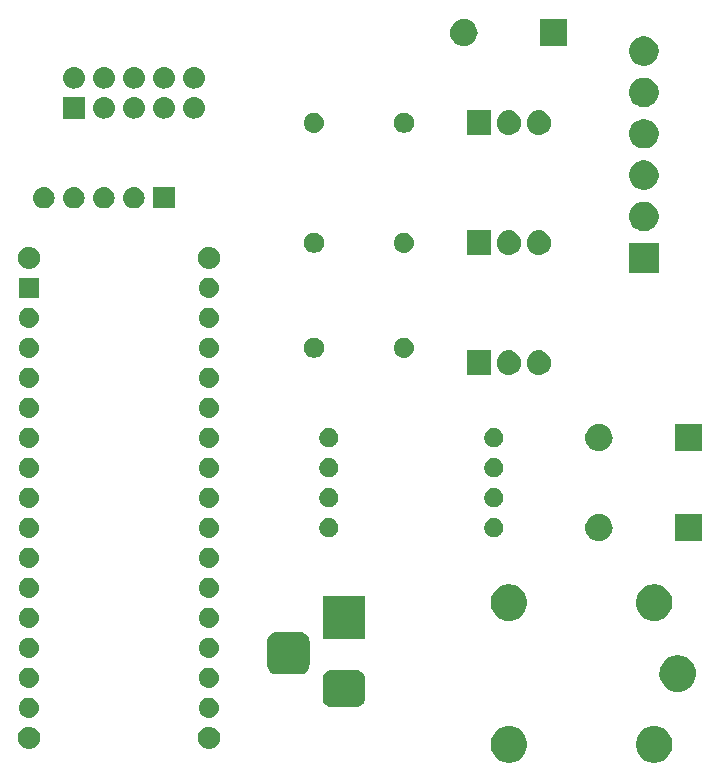
<source format=gbs>
G04 #@! TF.GenerationSoftware,KiCad,Pcbnew,(5.1.2)-2*
G04 #@! TF.CreationDate,2019-08-23T10:29:04+03:00*
G04 #@! TF.ProjectId,pneumatic,706e6575-6d61-4746-9963-2e6b69636164,rev?*
G04 #@! TF.SameCoordinates,Original*
G04 #@! TF.FileFunction,Soldermask,Bot*
G04 #@! TF.FilePolarity,Negative*
%FSLAX46Y46*%
G04 Gerber Fmt 4.6, Leading zero omitted, Abs format (unit mm)*
G04 Created by KiCad (PCBNEW (5.1.2)-2) date 2019-08-23 10:29:04*
%MOMM*%
%LPD*%
G04 APERTURE LIST*
%ADD10C,0.100000*%
G04 APERTURE END LIST*
D10*
G36*
X161192585Y-98108802D02*
G01*
X161342410Y-98138604D01*
X161624674Y-98255521D01*
X161878705Y-98425259D01*
X162094741Y-98641295D01*
X162264479Y-98895326D01*
X162381396Y-99177590D01*
X162381396Y-99177591D01*
X162441000Y-99477239D01*
X162441000Y-99782761D01*
X162439376Y-99790925D01*
X162381396Y-100082410D01*
X162264479Y-100364674D01*
X162094741Y-100618705D01*
X161878705Y-100834741D01*
X161624674Y-101004479D01*
X161342410Y-101121396D01*
X161192585Y-101151198D01*
X161042761Y-101181000D01*
X160737239Y-101181000D01*
X160587415Y-101151198D01*
X160437590Y-101121396D01*
X160155326Y-101004479D01*
X159901295Y-100834741D01*
X159685259Y-100618705D01*
X159515521Y-100364674D01*
X159398604Y-100082410D01*
X159340624Y-99790925D01*
X159339000Y-99782761D01*
X159339000Y-99477239D01*
X159398604Y-99177591D01*
X159398604Y-99177590D01*
X159515521Y-98895326D01*
X159685259Y-98641295D01*
X159901295Y-98425259D01*
X160155326Y-98255521D01*
X160437590Y-98138604D01*
X160587415Y-98108802D01*
X160737239Y-98079000D01*
X161042761Y-98079000D01*
X161192585Y-98108802D01*
X161192585Y-98108802D01*
G37*
G36*
X148892585Y-98108802D02*
G01*
X149042410Y-98138604D01*
X149324674Y-98255521D01*
X149578705Y-98425259D01*
X149794741Y-98641295D01*
X149964479Y-98895326D01*
X150081396Y-99177590D01*
X150081396Y-99177591D01*
X150141000Y-99477239D01*
X150141000Y-99782761D01*
X150139376Y-99790925D01*
X150081396Y-100082410D01*
X149964479Y-100364674D01*
X149794741Y-100618705D01*
X149578705Y-100834741D01*
X149324674Y-101004479D01*
X149042410Y-101121396D01*
X148892585Y-101151198D01*
X148742761Y-101181000D01*
X148437239Y-101181000D01*
X148287415Y-101151198D01*
X148137590Y-101121396D01*
X147855326Y-101004479D01*
X147601295Y-100834741D01*
X147385259Y-100618705D01*
X147215521Y-100364674D01*
X147098604Y-100082410D01*
X147040624Y-99790925D01*
X147039000Y-99782761D01*
X147039000Y-99477239D01*
X147098604Y-99177591D01*
X147098604Y-99177590D01*
X147215521Y-98895326D01*
X147385259Y-98641295D01*
X147601295Y-98425259D01*
X147855326Y-98255521D01*
X148137590Y-98138604D01*
X148287415Y-98108802D01*
X148437239Y-98079000D01*
X148742761Y-98079000D01*
X148892585Y-98108802D01*
X148892585Y-98108802D01*
G37*
G36*
X123373580Y-98137081D02*
G01*
X123464480Y-98155162D01*
X123578647Y-98202452D01*
X123635732Y-98226097D01*
X123789850Y-98329075D01*
X123920925Y-98460150D01*
X124023903Y-98614268D01*
X124023903Y-98614269D01*
X124094838Y-98785520D01*
X124131000Y-98967320D01*
X124131000Y-99152680D01*
X124094838Y-99334480D01*
X124047548Y-99448647D01*
X124023903Y-99505732D01*
X123920925Y-99659850D01*
X123789850Y-99790925D01*
X123635732Y-99893903D01*
X123578647Y-99917548D01*
X123464480Y-99964838D01*
X123373580Y-99982919D01*
X123282682Y-100001000D01*
X123097318Y-100001000D01*
X123006420Y-99982919D01*
X122915520Y-99964838D01*
X122801353Y-99917548D01*
X122744268Y-99893903D01*
X122590150Y-99790925D01*
X122459075Y-99659850D01*
X122356097Y-99505732D01*
X122332452Y-99448647D01*
X122285162Y-99334480D01*
X122249000Y-99152680D01*
X122249000Y-98967320D01*
X122285162Y-98785520D01*
X122356097Y-98614269D01*
X122356097Y-98614268D01*
X122459075Y-98460150D01*
X122590150Y-98329075D01*
X122744268Y-98226097D01*
X122801353Y-98202452D01*
X122915520Y-98155162D01*
X123006420Y-98137081D01*
X123097318Y-98119000D01*
X123282682Y-98119000D01*
X123373580Y-98137081D01*
X123373580Y-98137081D01*
G37*
G36*
X108133580Y-98137081D02*
G01*
X108224480Y-98155162D01*
X108338647Y-98202452D01*
X108395732Y-98226097D01*
X108549850Y-98329075D01*
X108680925Y-98460150D01*
X108783903Y-98614268D01*
X108783903Y-98614269D01*
X108854838Y-98785520D01*
X108891000Y-98967320D01*
X108891000Y-99152680D01*
X108854838Y-99334480D01*
X108807548Y-99448647D01*
X108783903Y-99505732D01*
X108680925Y-99659850D01*
X108549850Y-99790925D01*
X108395732Y-99893903D01*
X108338647Y-99917548D01*
X108224480Y-99964838D01*
X108133580Y-99982919D01*
X108042682Y-100001000D01*
X107857318Y-100001000D01*
X107766420Y-99982919D01*
X107675520Y-99964838D01*
X107561353Y-99917548D01*
X107504268Y-99893903D01*
X107350150Y-99790925D01*
X107219075Y-99659850D01*
X107116097Y-99505732D01*
X107092452Y-99448647D01*
X107045162Y-99334480D01*
X107009000Y-99152680D01*
X107009000Y-98967320D01*
X107045162Y-98785520D01*
X107116097Y-98614269D01*
X107116097Y-98614268D01*
X107219075Y-98460150D01*
X107350150Y-98329075D01*
X107504268Y-98226097D01*
X107561353Y-98202452D01*
X107675520Y-98155162D01*
X107766420Y-98137081D01*
X107857318Y-98119000D01*
X108042682Y-98119000D01*
X108133580Y-98137081D01*
X108133580Y-98137081D01*
G37*
G36*
X123356823Y-95681313D02*
G01*
X123517242Y-95729976D01*
X123649906Y-95800886D01*
X123665078Y-95808996D01*
X123794659Y-95915341D01*
X123901004Y-96044922D01*
X123901005Y-96044924D01*
X123980024Y-96192758D01*
X124028687Y-96353177D01*
X124045117Y-96520000D01*
X124028687Y-96686823D01*
X123980024Y-96847242D01*
X123909114Y-96979906D01*
X123901004Y-96995078D01*
X123794659Y-97124659D01*
X123665078Y-97231004D01*
X123665076Y-97231005D01*
X123517242Y-97310024D01*
X123356823Y-97358687D01*
X123231804Y-97371000D01*
X123148196Y-97371000D01*
X123023177Y-97358687D01*
X122862758Y-97310024D01*
X122714924Y-97231005D01*
X122714922Y-97231004D01*
X122585341Y-97124659D01*
X122478996Y-96995078D01*
X122470886Y-96979906D01*
X122399976Y-96847242D01*
X122351313Y-96686823D01*
X122334883Y-96520000D01*
X122351313Y-96353177D01*
X122399976Y-96192758D01*
X122478995Y-96044924D01*
X122478996Y-96044922D01*
X122585341Y-95915341D01*
X122714922Y-95808996D01*
X122730094Y-95800886D01*
X122862758Y-95729976D01*
X123023177Y-95681313D01*
X123148196Y-95669000D01*
X123231804Y-95669000D01*
X123356823Y-95681313D01*
X123356823Y-95681313D01*
G37*
G36*
X108116823Y-95681313D02*
G01*
X108277242Y-95729976D01*
X108409906Y-95800886D01*
X108425078Y-95808996D01*
X108554659Y-95915341D01*
X108661004Y-96044922D01*
X108661005Y-96044924D01*
X108740024Y-96192758D01*
X108788687Y-96353177D01*
X108805117Y-96520000D01*
X108788687Y-96686823D01*
X108740024Y-96847242D01*
X108669114Y-96979906D01*
X108661004Y-96995078D01*
X108554659Y-97124659D01*
X108425078Y-97231004D01*
X108425076Y-97231005D01*
X108277242Y-97310024D01*
X108116823Y-97358687D01*
X107991804Y-97371000D01*
X107908196Y-97371000D01*
X107783177Y-97358687D01*
X107622758Y-97310024D01*
X107474924Y-97231005D01*
X107474922Y-97231004D01*
X107345341Y-97124659D01*
X107238996Y-96995078D01*
X107230886Y-96979906D01*
X107159976Y-96847242D01*
X107111313Y-96686823D01*
X107094883Y-96520000D01*
X107111313Y-96353177D01*
X107159976Y-96192758D01*
X107238995Y-96044924D01*
X107238996Y-96044922D01*
X107345341Y-95915341D01*
X107474922Y-95808996D01*
X107490094Y-95800886D01*
X107622758Y-95729976D01*
X107783177Y-95681313D01*
X107908196Y-95669000D01*
X107991804Y-95669000D01*
X108116823Y-95681313D01*
X108116823Y-95681313D01*
G37*
G36*
X135846979Y-93363293D02*
G01*
X135980625Y-93403834D01*
X136103784Y-93469664D01*
X136211740Y-93558260D01*
X136300336Y-93666216D01*
X136366166Y-93789375D01*
X136406707Y-93923021D01*
X136421000Y-94068140D01*
X136421000Y-95731860D01*
X136406707Y-95876979D01*
X136366166Y-96010625D01*
X136300336Y-96133784D01*
X136211740Y-96241740D01*
X136103784Y-96330336D01*
X135980625Y-96396166D01*
X135846979Y-96436707D01*
X135701860Y-96451000D01*
X133538140Y-96451000D01*
X133393021Y-96436707D01*
X133259375Y-96396166D01*
X133136216Y-96330336D01*
X133028260Y-96241740D01*
X132939664Y-96133784D01*
X132873834Y-96010625D01*
X132833293Y-95876979D01*
X132819000Y-95731860D01*
X132819000Y-94068140D01*
X132833293Y-93923021D01*
X132873834Y-93789375D01*
X132939664Y-93666216D01*
X133028260Y-93558260D01*
X133136216Y-93469664D01*
X133259375Y-93403834D01*
X133393021Y-93363293D01*
X133538140Y-93349000D01*
X135701860Y-93349000D01*
X135846979Y-93363293D01*
X135846979Y-93363293D01*
G37*
G36*
X163192585Y-92108802D02*
G01*
X163342410Y-92138604D01*
X163624674Y-92255521D01*
X163878705Y-92425259D01*
X164094741Y-92641295D01*
X164264479Y-92895326D01*
X164381396Y-93177590D01*
X164399578Y-93268996D01*
X164427234Y-93408031D01*
X164441000Y-93477240D01*
X164441000Y-93782760D01*
X164381396Y-94082410D01*
X164264479Y-94364674D01*
X164094741Y-94618705D01*
X163878705Y-94834741D01*
X163624674Y-95004479D01*
X163342410Y-95121396D01*
X163192585Y-95151198D01*
X163042761Y-95181000D01*
X162737239Y-95181000D01*
X162587415Y-95151198D01*
X162437590Y-95121396D01*
X162155326Y-95004479D01*
X161901295Y-94834741D01*
X161685259Y-94618705D01*
X161515521Y-94364674D01*
X161398604Y-94082410D01*
X161339000Y-93782760D01*
X161339000Y-93477240D01*
X161352767Y-93408031D01*
X161380422Y-93268996D01*
X161398604Y-93177590D01*
X161515521Y-92895326D01*
X161685259Y-92641295D01*
X161901295Y-92425259D01*
X162155326Y-92255521D01*
X162437590Y-92138604D01*
X162587415Y-92108802D01*
X162737239Y-92079000D01*
X163042761Y-92079000D01*
X163192585Y-92108802D01*
X163192585Y-92108802D01*
G37*
G36*
X123356823Y-93141313D02*
G01*
X123517242Y-93189976D01*
X123649906Y-93260886D01*
X123665078Y-93268996D01*
X123794659Y-93375341D01*
X123901004Y-93504922D01*
X123901005Y-93504924D01*
X123980024Y-93652758D01*
X123980025Y-93652761D01*
X123989083Y-93682620D01*
X124028687Y-93813177D01*
X124045117Y-93980000D01*
X124028687Y-94146823D01*
X123980024Y-94307242D01*
X123949327Y-94364672D01*
X123901004Y-94455078D01*
X123794659Y-94584659D01*
X123665078Y-94691004D01*
X123665076Y-94691005D01*
X123517242Y-94770024D01*
X123356823Y-94818687D01*
X123231804Y-94831000D01*
X123148196Y-94831000D01*
X123023177Y-94818687D01*
X122862758Y-94770024D01*
X122714924Y-94691005D01*
X122714922Y-94691004D01*
X122585341Y-94584659D01*
X122478996Y-94455078D01*
X122430673Y-94364672D01*
X122399976Y-94307242D01*
X122351313Y-94146823D01*
X122334883Y-93980000D01*
X122351313Y-93813177D01*
X122390917Y-93682620D01*
X122399975Y-93652761D01*
X122399976Y-93652758D01*
X122478995Y-93504924D01*
X122478996Y-93504922D01*
X122585341Y-93375341D01*
X122714922Y-93268996D01*
X122730094Y-93260886D01*
X122862758Y-93189976D01*
X123023177Y-93141313D01*
X123148196Y-93129000D01*
X123231804Y-93129000D01*
X123356823Y-93141313D01*
X123356823Y-93141313D01*
G37*
G36*
X108116823Y-93141313D02*
G01*
X108277242Y-93189976D01*
X108409906Y-93260886D01*
X108425078Y-93268996D01*
X108554659Y-93375341D01*
X108661004Y-93504922D01*
X108661005Y-93504924D01*
X108740024Y-93652758D01*
X108740025Y-93652761D01*
X108749083Y-93682620D01*
X108788687Y-93813177D01*
X108805117Y-93980000D01*
X108788687Y-94146823D01*
X108740024Y-94307242D01*
X108709327Y-94364672D01*
X108661004Y-94455078D01*
X108554659Y-94584659D01*
X108425078Y-94691004D01*
X108425076Y-94691005D01*
X108277242Y-94770024D01*
X108116823Y-94818687D01*
X107991804Y-94831000D01*
X107908196Y-94831000D01*
X107783177Y-94818687D01*
X107622758Y-94770024D01*
X107474924Y-94691005D01*
X107474922Y-94691004D01*
X107345341Y-94584659D01*
X107238996Y-94455078D01*
X107190673Y-94364672D01*
X107159976Y-94307242D01*
X107111313Y-94146823D01*
X107094883Y-93980000D01*
X107111313Y-93813177D01*
X107150917Y-93682620D01*
X107159975Y-93652761D01*
X107159976Y-93652758D01*
X107238995Y-93504924D01*
X107238996Y-93504922D01*
X107345341Y-93375341D01*
X107474922Y-93268996D01*
X107490094Y-93260886D01*
X107622758Y-93189976D01*
X107783177Y-93141313D01*
X107908196Y-93129000D01*
X107991804Y-93129000D01*
X108116823Y-93141313D01*
X108116823Y-93141313D01*
G37*
G36*
X131046366Y-90115695D02*
G01*
X131203460Y-90163349D01*
X131348231Y-90240731D01*
X131475128Y-90344872D01*
X131579269Y-90471769D01*
X131656651Y-90616540D01*
X131704305Y-90773634D01*
X131721000Y-90943140D01*
X131721000Y-92856860D01*
X131704305Y-93026366D01*
X131656651Y-93183460D01*
X131579269Y-93328231D01*
X131475128Y-93455128D01*
X131348231Y-93559269D01*
X131203460Y-93636651D01*
X131046366Y-93684305D01*
X130876860Y-93701000D01*
X128963140Y-93701000D01*
X128793634Y-93684305D01*
X128636540Y-93636651D01*
X128491769Y-93559269D01*
X128364872Y-93455128D01*
X128260731Y-93328231D01*
X128183349Y-93183460D01*
X128135695Y-93026366D01*
X128119000Y-92856860D01*
X128119000Y-90943140D01*
X128135695Y-90773634D01*
X128183349Y-90616540D01*
X128260731Y-90471769D01*
X128364872Y-90344872D01*
X128491769Y-90240731D01*
X128636540Y-90163349D01*
X128793634Y-90115695D01*
X128963140Y-90099000D01*
X130876860Y-90099000D01*
X131046366Y-90115695D01*
X131046366Y-90115695D01*
G37*
G36*
X108116823Y-90601313D02*
G01*
X108277242Y-90649976D01*
X108372701Y-90701000D01*
X108425078Y-90728996D01*
X108554659Y-90835341D01*
X108661004Y-90964922D01*
X108661005Y-90964924D01*
X108740024Y-91112758D01*
X108788687Y-91273177D01*
X108805117Y-91440000D01*
X108788687Y-91606823D01*
X108740024Y-91767242D01*
X108669114Y-91899906D01*
X108661004Y-91915078D01*
X108554659Y-92044659D01*
X108425078Y-92151004D01*
X108425076Y-92151005D01*
X108277242Y-92230024D01*
X108116823Y-92278687D01*
X107991804Y-92291000D01*
X107908196Y-92291000D01*
X107783177Y-92278687D01*
X107622758Y-92230024D01*
X107474924Y-92151005D01*
X107474922Y-92151004D01*
X107345341Y-92044659D01*
X107238996Y-91915078D01*
X107230886Y-91899906D01*
X107159976Y-91767242D01*
X107111313Y-91606823D01*
X107094883Y-91440000D01*
X107111313Y-91273177D01*
X107159976Y-91112758D01*
X107238995Y-90964924D01*
X107238996Y-90964922D01*
X107345341Y-90835341D01*
X107474922Y-90728996D01*
X107527299Y-90701000D01*
X107622758Y-90649976D01*
X107783177Y-90601313D01*
X107908196Y-90589000D01*
X107991804Y-90589000D01*
X108116823Y-90601313D01*
X108116823Y-90601313D01*
G37*
G36*
X123356823Y-90601313D02*
G01*
X123517242Y-90649976D01*
X123612701Y-90701000D01*
X123665078Y-90728996D01*
X123794659Y-90835341D01*
X123901004Y-90964922D01*
X123901005Y-90964924D01*
X123980024Y-91112758D01*
X124028687Y-91273177D01*
X124045117Y-91440000D01*
X124028687Y-91606823D01*
X123980024Y-91767242D01*
X123909114Y-91899906D01*
X123901004Y-91915078D01*
X123794659Y-92044659D01*
X123665078Y-92151004D01*
X123665076Y-92151005D01*
X123517242Y-92230024D01*
X123356823Y-92278687D01*
X123231804Y-92291000D01*
X123148196Y-92291000D01*
X123023177Y-92278687D01*
X122862758Y-92230024D01*
X122714924Y-92151005D01*
X122714922Y-92151004D01*
X122585341Y-92044659D01*
X122478996Y-91915078D01*
X122470886Y-91899906D01*
X122399976Y-91767242D01*
X122351313Y-91606823D01*
X122334883Y-91440000D01*
X122351313Y-91273177D01*
X122399976Y-91112758D01*
X122478995Y-90964924D01*
X122478996Y-90964922D01*
X122585341Y-90835341D01*
X122714922Y-90728996D01*
X122767299Y-90701000D01*
X122862758Y-90649976D01*
X123023177Y-90601313D01*
X123148196Y-90589000D01*
X123231804Y-90589000D01*
X123356823Y-90601313D01*
X123356823Y-90601313D01*
G37*
G36*
X136421000Y-90701000D02*
G01*
X132819000Y-90701000D01*
X132819000Y-87099000D01*
X136421000Y-87099000D01*
X136421000Y-90701000D01*
X136421000Y-90701000D01*
G37*
G36*
X123356823Y-88061313D02*
G01*
X123517242Y-88109976D01*
X123649906Y-88180886D01*
X123665078Y-88188996D01*
X123794659Y-88295341D01*
X123901004Y-88424922D01*
X123901005Y-88424924D01*
X123980024Y-88572758D01*
X124028687Y-88733177D01*
X124045117Y-88900000D01*
X124028687Y-89066823D01*
X123980024Y-89227242D01*
X123909114Y-89359906D01*
X123901004Y-89375078D01*
X123794659Y-89504659D01*
X123665078Y-89611004D01*
X123665076Y-89611005D01*
X123517242Y-89690024D01*
X123356823Y-89738687D01*
X123231804Y-89751000D01*
X123148196Y-89751000D01*
X123023177Y-89738687D01*
X122862758Y-89690024D01*
X122714924Y-89611005D01*
X122714922Y-89611004D01*
X122585341Y-89504659D01*
X122478996Y-89375078D01*
X122470886Y-89359906D01*
X122399976Y-89227242D01*
X122351313Y-89066823D01*
X122334883Y-88900000D01*
X122351313Y-88733177D01*
X122399976Y-88572758D01*
X122478995Y-88424924D01*
X122478996Y-88424922D01*
X122585341Y-88295341D01*
X122714922Y-88188996D01*
X122730094Y-88180886D01*
X122862758Y-88109976D01*
X123023177Y-88061313D01*
X123148196Y-88049000D01*
X123231804Y-88049000D01*
X123356823Y-88061313D01*
X123356823Y-88061313D01*
G37*
G36*
X108116823Y-88061313D02*
G01*
X108277242Y-88109976D01*
X108409906Y-88180886D01*
X108425078Y-88188996D01*
X108554659Y-88295341D01*
X108661004Y-88424922D01*
X108661005Y-88424924D01*
X108740024Y-88572758D01*
X108788687Y-88733177D01*
X108805117Y-88900000D01*
X108788687Y-89066823D01*
X108740024Y-89227242D01*
X108669114Y-89359906D01*
X108661004Y-89375078D01*
X108554659Y-89504659D01*
X108425078Y-89611004D01*
X108425076Y-89611005D01*
X108277242Y-89690024D01*
X108116823Y-89738687D01*
X107991804Y-89751000D01*
X107908196Y-89751000D01*
X107783177Y-89738687D01*
X107622758Y-89690024D01*
X107474924Y-89611005D01*
X107474922Y-89611004D01*
X107345341Y-89504659D01*
X107238996Y-89375078D01*
X107230886Y-89359906D01*
X107159976Y-89227242D01*
X107111313Y-89066823D01*
X107094883Y-88900000D01*
X107111313Y-88733177D01*
X107159976Y-88572758D01*
X107238995Y-88424924D01*
X107238996Y-88424922D01*
X107345341Y-88295341D01*
X107474922Y-88188996D01*
X107490094Y-88180886D01*
X107622758Y-88109976D01*
X107783177Y-88061313D01*
X107908196Y-88049000D01*
X107991804Y-88049000D01*
X108116823Y-88061313D01*
X108116823Y-88061313D01*
G37*
G36*
X161192585Y-86108802D02*
G01*
X161342410Y-86138604D01*
X161624674Y-86255521D01*
X161878705Y-86425259D01*
X162094741Y-86641295D01*
X162264479Y-86895326D01*
X162381396Y-87177590D01*
X162441000Y-87477240D01*
X162441000Y-87782760D01*
X162381396Y-88082410D01*
X162264479Y-88364674D01*
X162094741Y-88618705D01*
X161878705Y-88834741D01*
X161624674Y-89004479D01*
X161342410Y-89121396D01*
X161192585Y-89151198D01*
X161042761Y-89181000D01*
X160737239Y-89181000D01*
X160587415Y-89151198D01*
X160437590Y-89121396D01*
X160155326Y-89004479D01*
X159901295Y-88834741D01*
X159685259Y-88618705D01*
X159515521Y-88364674D01*
X159398604Y-88082410D01*
X159339000Y-87782760D01*
X159339000Y-87477240D01*
X159398604Y-87177590D01*
X159515521Y-86895326D01*
X159685259Y-86641295D01*
X159901295Y-86425259D01*
X160155326Y-86255521D01*
X160437590Y-86138604D01*
X160587415Y-86108802D01*
X160737239Y-86079000D01*
X161042761Y-86079000D01*
X161192585Y-86108802D01*
X161192585Y-86108802D01*
G37*
G36*
X148892585Y-86108802D02*
G01*
X149042410Y-86138604D01*
X149324674Y-86255521D01*
X149578705Y-86425259D01*
X149794741Y-86641295D01*
X149964479Y-86895326D01*
X150081396Y-87177590D01*
X150141000Y-87477240D01*
X150141000Y-87782760D01*
X150081396Y-88082410D01*
X149964479Y-88364674D01*
X149794741Y-88618705D01*
X149578705Y-88834741D01*
X149324674Y-89004479D01*
X149042410Y-89121396D01*
X148892585Y-89151198D01*
X148742761Y-89181000D01*
X148437239Y-89181000D01*
X148287415Y-89151198D01*
X148137590Y-89121396D01*
X147855326Y-89004479D01*
X147601295Y-88834741D01*
X147385259Y-88618705D01*
X147215521Y-88364674D01*
X147098604Y-88082410D01*
X147039000Y-87782760D01*
X147039000Y-87477240D01*
X147098604Y-87177590D01*
X147215521Y-86895326D01*
X147385259Y-86641295D01*
X147601295Y-86425259D01*
X147855326Y-86255521D01*
X148137590Y-86138604D01*
X148287415Y-86108802D01*
X148437239Y-86079000D01*
X148742761Y-86079000D01*
X148892585Y-86108802D01*
X148892585Y-86108802D01*
G37*
G36*
X123356823Y-85521313D02*
G01*
X123517242Y-85569976D01*
X123649906Y-85640886D01*
X123665078Y-85648996D01*
X123794659Y-85755341D01*
X123901004Y-85884922D01*
X123901005Y-85884924D01*
X123980024Y-86032758D01*
X124028687Y-86193177D01*
X124045117Y-86360000D01*
X124028687Y-86526823D01*
X123980024Y-86687242D01*
X123909114Y-86819906D01*
X123901004Y-86835078D01*
X123794659Y-86964659D01*
X123665078Y-87071004D01*
X123665076Y-87071005D01*
X123517242Y-87150024D01*
X123356823Y-87198687D01*
X123231804Y-87211000D01*
X123148196Y-87211000D01*
X123023177Y-87198687D01*
X122862758Y-87150024D01*
X122714924Y-87071005D01*
X122714922Y-87071004D01*
X122585341Y-86964659D01*
X122478996Y-86835078D01*
X122470886Y-86819906D01*
X122399976Y-86687242D01*
X122351313Y-86526823D01*
X122334883Y-86360000D01*
X122351313Y-86193177D01*
X122399976Y-86032758D01*
X122478995Y-85884924D01*
X122478996Y-85884922D01*
X122585341Y-85755341D01*
X122714922Y-85648996D01*
X122730094Y-85640886D01*
X122862758Y-85569976D01*
X123023177Y-85521313D01*
X123148196Y-85509000D01*
X123231804Y-85509000D01*
X123356823Y-85521313D01*
X123356823Y-85521313D01*
G37*
G36*
X108116823Y-85521313D02*
G01*
X108277242Y-85569976D01*
X108409906Y-85640886D01*
X108425078Y-85648996D01*
X108554659Y-85755341D01*
X108661004Y-85884922D01*
X108661005Y-85884924D01*
X108740024Y-86032758D01*
X108788687Y-86193177D01*
X108805117Y-86360000D01*
X108788687Y-86526823D01*
X108740024Y-86687242D01*
X108669114Y-86819906D01*
X108661004Y-86835078D01*
X108554659Y-86964659D01*
X108425078Y-87071004D01*
X108425076Y-87071005D01*
X108277242Y-87150024D01*
X108116823Y-87198687D01*
X107991804Y-87211000D01*
X107908196Y-87211000D01*
X107783177Y-87198687D01*
X107622758Y-87150024D01*
X107474924Y-87071005D01*
X107474922Y-87071004D01*
X107345341Y-86964659D01*
X107238996Y-86835078D01*
X107230886Y-86819906D01*
X107159976Y-86687242D01*
X107111313Y-86526823D01*
X107094883Y-86360000D01*
X107111313Y-86193177D01*
X107159976Y-86032758D01*
X107238995Y-85884924D01*
X107238996Y-85884922D01*
X107345341Y-85755341D01*
X107474922Y-85648996D01*
X107490094Y-85640886D01*
X107622758Y-85569976D01*
X107783177Y-85521313D01*
X107908196Y-85509000D01*
X107991804Y-85509000D01*
X108116823Y-85521313D01*
X108116823Y-85521313D01*
G37*
G36*
X123356823Y-82981313D02*
G01*
X123517242Y-83029976D01*
X123649906Y-83100886D01*
X123665078Y-83108996D01*
X123794659Y-83215341D01*
X123901004Y-83344922D01*
X123901005Y-83344924D01*
X123980024Y-83492758D01*
X124028687Y-83653177D01*
X124045117Y-83820000D01*
X124028687Y-83986823D01*
X123980024Y-84147242D01*
X123909114Y-84279906D01*
X123901004Y-84295078D01*
X123794659Y-84424659D01*
X123665078Y-84531004D01*
X123665076Y-84531005D01*
X123517242Y-84610024D01*
X123356823Y-84658687D01*
X123231804Y-84671000D01*
X123148196Y-84671000D01*
X123023177Y-84658687D01*
X122862758Y-84610024D01*
X122714924Y-84531005D01*
X122714922Y-84531004D01*
X122585341Y-84424659D01*
X122478996Y-84295078D01*
X122470886Y-84279906D01*
X122399976Y-84147242D01*
X122351313Y-83986823D01*
X122334883Y-83820000D01*
X122351313Y-83653177D01*
X122399976Y-83492758D01*
X122478995Y-83344924D01*
X122478996Y-83344922D01*
X122585341Y-83215341D01*
X122714922Y-83108996D01*
X122730094Y-83100886D01*
X122862758Y-83029976D01*
X123023177Y-82981313D01*
X123148196Y-82969000D01*
X123231804Y-82969000D01*
X123356823Y-82981313D01*
X123356823Y-82981313D01*
G37*
G36*
X108116823Y-82981313D02*
G01*
X108277242Y-83029976D01*
X108409906Y-83100886D01*
X108425078Y-83108996D01*
X108554659Y-83215341D01*
X108661004Y-83344922D01*
X108661005Y-83344924D01*
X108740024Y-83492758D01*
X108788687Y-83653177D01*
X108805117Y-83820000D01*
X108788687Y-83986823D01*
X108740024Y-84147242D01*
X108669114Y-84279906D01*
X108661004Y-84295078D01*
X108554659Y-84424659D01*
X108425078Y-84531004D01*
X108425076Y-84531005D01*
X108277242Y-84610024D01*
X108116823Y-84658687D01*
X107991804Y-84671000D01*
X107908196Y-84671000D01*
X107783177Y-84658687D01*
X107622758Y-84610024D01*
X107474924Y-84531005D01*
X107474922Y-84531004D01*
X107345341Y-84424659D01*
X107238996Y-84295078D01*
X107230886Y-84279906D01*
X107159976Y-84147242D01*
X107111313Y-83986823D01*
X107094883Y-83820000D01*
X107111313Y-83653177D01*
X107159976Y-83492758D01*
X107238995Y-83344924D01*
X107238996Y-83344922D01*
X107345341Y-83215341D01*
X107474922Y-83108996D01*
X107490094Y-83100886D01*
X107622758Y-83029976D01*
X107783177Y-82981313D01*
X107908196Y-82969000D01*
X107991804Y-82969000D01*
X108116823Y-82981313D01*
X108116823Y-82981313D01*
G37*
G36*
X164981000Y-82431000D02*
G01*
X162679000Y-82431000D01*
X162679000Y-80129000D01*
X164981000Y-80129000D01*
X164981000Y-82431000D01*
X164981000Y-82431000D01*
G37*
G36*
X156379271Y-80140103D02*
G01*
X156435635Y-80145654D01*
X156652600Y-80211470D01*
X156652602Y-80211471D01*
X156852555Y-80318347D01*
X157027818Y-80462182D01*
X157171653Y-80637445D01*
X157238091Y-80761743D01*
X157278530Y-80837400D01*
X157344346Y-81054365D01*
X157366569Y-81280000D01*
X157344346Y-81505635D01*
X157295973Y-81665100D01*
X157278529Y-81722602D01*
X157171653Y-81922555D01*
X157027818Y-82097818D01*
X156852555Y-82241653D01*
X156652602Y-82348529D01*
X156652600Y-82348530D01*
X156435635Y-82414346D01*
X156379271Y-82419897D01*
X156266545Y-82431000D01*
X156153455Y-82431000D01*
X156040729Y-82419897D01*
X155984365Y-82414346D01*
X155767400Y-82348530D01*
X155767398Y-82348529D01*
X155567445Y-82241653D01*
X155392182Y-82097818D01*
X155248347Y-81922555D01*
X155141471Y-81722602D01*
X155124028Y-81665100D01*
X155075654Y-81505635D01*
X155053431Y-81280000D01*
X155075654Y-81054365D01*
X155141470Y-80837400D01*
X155181909Y-80761743D01*
X155248347Y-80637445D01*
X155392182Y-80462182D01*
X155567445Y-80318347D01*
X155767398Y-80211471D01*
X155767400Y-80211470D01*
X155984365Y-80145654D01*
X156040729Y-80140103D01*
X156153455Y-80129000D01*
X156266545Y-80129000D01*
X156379271Y-80140103D01*
X156379271Y-80140103D01*
G37*
G36*
X108116823Y-80441313D02*
G01*
X108277242Y-80489976D01*
X108407366Y-80559529D01*
X108425078Y-80568996D01*
X108554659Y-80675341D01*
X108661004Y-80804922D01*
X108661005Y-80804924D01*
X108740024Y-80952758D01*
X108788687Y-81113177D01*
X108805117Y-81280000D01*
X108788687Y-81446823D01*
X108740024Y-81607242D01*
X108678364Y-81722600D01*
X108661004Y-81755078D01*
X108554659Y-81884659D01*
X108425078Y-81991004D01*
X108425076Y-81991005D01*
X108277242Y-82070024D01*
X108116823Y-82118687D01*
X107991804Y-82131000D01*
X107908196Y-82131000D01*
X107783177Y-82118687D01*
X107622758Y-82070024D01*
X107474924Y-81991005D01*
X107474922Y-81991004D01*
X107345341Y-81884659D01*
X107238996Y-81755078D01*
X107221636Y-81722600D01*
X107159976Y-81607242D01*
X107111313Y-81446823D01*
X107094883Y-81280000D01*
X107111313Y-81113177D01*
X107159976Y-80952758D01*
X107238995Y-80804924D01*
X107238996Y-80804922D01*
X107345341Y-80675341D01*
X107474922Y-80568996D01*
X107492634Y-80559529D01*
X107622758Y-80489976D01*
X107783177Y-80441313D01*
X107908196Y-80429000D01*
X107991804Y-80429000D01*
X108116823Y-80441313D01*
X108116823Y-80441313D01*
G37*
G36*
X123356823Y-80441313D02*
G01*
X123517242Y-80489976D01*
X123647366Y-80559529D01*
X123665078Y-80568996D01*
X123794659Y-80675341D01*
X123901004Y-80804922D01*
X123901005Y-80804924D01*
X123980024Y-80952758D01*
X124028687Y-81113177D01*
X124045117Y-81280000D01*
X124028687Y-81446823D01*
X123980024Y-81607242D01*
X123918364Y-81722600D01*
X123901004Y-81755078D01*
X123794659Y-81884659D01*
X123665078Y-81991004D01*
X123665076Y-81991005D01*
X123517242Y-82070024D01*
X123356823Y-82118687D01*
X123231804Y-82131000D01*
X123148196Y-82131000D01*
X123023177Y-82118687D01*
X122862758Y-82070024D01*
X122714924Y-81991005D01*
X122714922Y-81991004D01*
X122585341Y-81884659D01*
X122478996Y-81755078D01*
X122461636Y-81722600D01*
X122399976Y-81607242D01*
X122351313Y-81446823D01*
X122334883Y-81280000D01*
X122351313Y-81113177D01*
X122399976Y-80952758D01*
X122478995Y-80804924D01*
X122478996Y-80804922D01*
X122585341Y-80675341D01*
X122714922Y-80568996D01*
X122732634Y-80559529D01*
X122862758Y-80489976D01*
X123023177Y-80441313D01*
X123148196Y-80429000D01*
X123231804Y-80429000D01*
X123356823Y-80441313D01*
X123356823Y-80441313D01*
G37*
G36*
X133587142Y-80498242D02*
G01*
X133735101Y-80559529D01*
X133868255Y-80648499D01*
X133981501Y-80761745D01*
X134070471Y-80894899D01*
X134131758Y-81042858D01*
X134163000Y-81199925D01*
X134163000Y-81360075D01*
X134131758Y-81517142D01*
X134070471Y-81665101D01*
X133981501Y-81798255D01*
X133868255Y-81911501D01*
X133735101Y-82000471D01*
X133587142Y-82061758D01*
X133430075Y-82093000D01*
X133269925Y-82093000D01*
X133112858Y-82061758D01*
X132964899Y-82000471D01*
X132831745Y-81911501D01*
X132718499Y-81798255D01*
X132629529Y-81665101D01*
X132568242Y-81517142D01*
X132537000Y-81360075D01*
X132537000Y-81199925D01*
X132568242Y-81042858D01*
X132629529Y-80894899D01*
X132718499Y-80761745D01*
X132831745Y-80648499D01*
X132964899Y-80559529D01*
X133112858Y-80498242D01*
X133269925Y-80467000D01*
X133430075Y-80467000D01*
X133587142Y-80498242D01*
X133587142Y-80498242D01*
G37*
G36*
X147557142Y-80498242D02*
G01*
X147705101Y-80559529D01*
X147838255Y-80648499D01*
X147951501Y-80761745D01*
X148040471Y-80894899D01*
X148101758Y-81042858D01*
X148133000Y-81199925D01*
X148133000Y-81360075D01*
X148101758Y-81517142D01*
X148040471Y-81665101D01*
X147951501Y-81798255D01*
X147838255Y-81911501D01*
X147705101Y-82000471D01*
X147557142Y-82061758D01*
X147400075Y-82093000D01*
X147239925Y-82093000D01*
X147082858Y-82061758D01*
X146934899Y-82000471D01*
X146801745Y-81911501D01*
X146688499Y-81798255D01*
X146599529Y-81665101D01*
X146538242Y-81517142D01*
X146507000Y-81360075D01*
X146507000Y-81199925D01*
X146538242Y-81042858D01*
X146599529Y-80894899D01*
X146688499Y-80761745D01*
X146801745Y-80648499D01*
X146934899Y-80559529D01*
X147082858Y-80498242D01*
X147239925Y-80467000D01*
X147400075Y-80467000D01*
X147557142Y-80498242D01*
X147557142Y-80498242D01*
G37*
G36*
X108116823Y-77901313D02*
G01*
X108277242Y-77949976D01*
X108407366Y-78019529D01*
X108425078Y-78028996D01*
X108554659Y-78135341D01*
X108661004Y-78264922D01*
X108661005Y-78264924D01*
X108740024Y-78412758D01*
X108788687Y-78573177D01*
X108805117Y-78740000D01*
X108788687Y-78906823D01*
X108740024Y-79067242D01*
X108669114Y-79199906D01*
X108661004Y-79215078D01*
X108554659Y-79344659D01*
X108425078Y-79451004D01*
X108425076Y-79451005D01*
X108277242Y-79530024D01*
X108116823Y-79578687D01*
X107991804Y-79591000D01*
X107908196Y-79591000D01*
X107783177Y-79578687D01*
X107622758Y-79530024D01*
X107474924Y-79451005D01*
X107474922Y-79451004D01*
X107345341Y-79344659D01*
X107238996Y-79215078D01*
X107230886Y-79199906D01*
X107159976Y-79067242D01*
X107111313Y-78906823D01*
X107094883Y-78740000D01*
X107111313Y-78573177D01*
X107159976Y-78412758D01*
X107238995Y-78264924D01*
X107238996Y-78264922D01*
X107345341Y-78135341D01*
X107474922Y-78028996D01*
X107492634Y-78019529D01*
X107622758Y-77949976D01*
X107783177Y-77901313D01*
X107908196Y-77889000D01*
X107991804Y-77889000D01*
X108116823Y-77901313D01*
X108116823Y-77901313D01*
G37*
G36*
X123356823Y-77901313D02*
G01*
X123517242Y-77949976D01*
X123647366Y-78019529D01*
X123665078Y-78028996D01*
X123794659Y-78135341D01*
X123901004Y-78264922D01*
X123901005Y-78264924D01*
X123980024Y-78412758D01*
X124028687Y-78573177D01*
X124045117Y-78740000D01*
X124028687Y-78906823D01*
X123980024Y-79067242D01*
X123909114Y-79199906D01*
X123901004Y-79215078D01*
X123794659Y-79344659D01*
X123665078Y-79451004D01*
X123665076Y-79451005D01*
X123517242Y-79530024D01*
X123356823Y-79578687D01*
X123231804Y-79591000D01*
X123148196Y-79591000D01*
X123023177Y-79578687D01*
X122862758Y-79530024D01*
X122714924Y-79451005D01*
X122714922Y-79451004D01*
X122585341Y-79344659D01*
X122478996Y-79215078D01*
X122470886Y-79199906D01*
X122399976Y-79067242D01*
X122351313Y-78906823D01*
X122334883Y-78740000D01*
X122351313Y-78573177D01*
X122399976Y-78412758D01*
X122478995Y-78264924D01*
X122478996Y-78264922D01*
X122585341Y-78135341D01*
X122714922Y-78028996D01*
X122732634Y-78019529D01*
X122862758Y-77949976D01*
X123023177Y-77901313D01*
X123148196Y-77889000D01*
X123231804Y-77889000D01*
X123356823Y-77901313D01*
X123356823Y-77901313D01*
G37*
G36*
X147557142Y-77958242D02*
G01*
X147705101Y-78019529D01*
X147838255Y-78108499D01*
X147951501Y-78221745D01*
X148040471Y-78354899D01*
X148101758Y-78502858D01*
X148133000Y-78659925D01*
X148133000Y-78820075D01*
X148101758Y-78977142D01*
X148040471Y-79125101D01*
X147951501Y-79258255D01*
X147838255Y-79371501D01*
X147705101Y-79460471D01*
X147557142Y-79521758D01*
X147400075Y-79553000D01*
X147239925Y-79553000D01*
X147082858Y-79521758D01*
X146934899Y-79460471D01*
X146801745Y-79371501D01*
X146688499Y-79258255D01*
X146599529Y-79125101D01*
X146538242Y-78977142D01*
X146507000Y-78820075D01*
X146507000Y-78659925D01*
X146538242Y-78502858D01*
X146599529Y-78354899D01*
X146688499Y-78221745D01*
X146801745Y-78108499D01*
X146934899Y-78019529D01*
X147082858Y-77958242D01*
X147239925Y-77927000D01*
X147400075Y-77927000D01*
X147557142Y-77958242D01*
X147557142Y-77958242D01*
G37*
G36*
X133587142Y-77958242D02*
G01*
X133735101Y-78019529D01*
X133868255Y-78108499D01*
X133981501Y-78221745D01*
X134070471Y-78354899D01*
X134131758Y-78502858D01*
X134163000Y-78659925D01*
X134163000Y-78820075D01*
X134131758Y-78977142D01*
X134070471Y-79125101D01*
X133981501Y-79258255D01*
X133868255Y-79371501D01*
X133735101Y-79460471D01*
X133587142Y-79521758D01*
X133430075Y-79553000D01*
X133269925Y-79553000D01*
X133112858Y-79521758D01*
X132964899Y-79460471D01*
X132831745Y-79371501D01*
X132718499Y-79258255D01*
X132629529Y-79125101D01*
X132568242Y-78977142D01*
X132537000Y-78820075D01*
X132537000Y-78659925D01*
X132568242Y-78502858D01*
X132629529Y-78354899D01*
X132718499Y-78221745D01*
X132831745Y-78108499D01*
X132964899Y-78019529D01*
X133112858Y-77958242D01*
X133269925Y-77927000D01*
X133430075Y-77927000D01*
X133587142Y-77958242D01*
X133587142Y-77958242D01*
G37*
G36*
X123356823Y-75361313D02*
G01*
X123517242Y-75409976D01*
X123647366Y-75479529D01*
X123665078Y-75488996D01*
X123794659Y-75595341D01*
X123901004Y-75724922D01*
X123901005Y-75724924D01*
X123980024Y-75872758D01*
X124028687Y-76033177D01*
X124045117Y-76200000D01*
X124028687Y-76366823D01*
X123980024Y-76527242D01*
X123909114Y-76659906D01*
X123901004Y-76675078D01*
X123794659Y-76804659D01*
X123665078Y-76911004D01*
X123665076Y-76911005D01*
X123517242Y-76990024D01*
X123356823Y-77038687D01*
X123231804Y-77051000D01*
X123148196Y-77051000D01*
X123023177Y-77038687D01*
X122862758Y-76990024D01*
X122714924Y-76911005D01*
X122714922Y-76911004D01*
X122585341Y-76804659D01*
X122478996Y-76675078D01*
X122470886Y-76659906D01*
X122399976Y-76527242D01*
X122351313Y-76366823D01*
X122334883Y-76200000D01*
X122351313Y-76033177D01*
X122399976Y-75872758D01*
X122478995Y-75724924D01*
X122478996Y-75724922D01*
X122585341Y-75595341D01*
X122714922Y-75488996D01*
X122732634Y-75479529D01*
X122862758Y-75409976D01*
X123023177Y-75361313D01*
X123148196Y-75349000D01*
X123231804Y-75349000D01*
X123356823Y-75361313D01*
X123356823Y-75361313D01*
G37*
G36*
X108116823Y-75361313D02*
G01*
X108277242Y-75409976D01*
X108407366Y-75479529D01*
X108425078Y-75488996D01*
X108554659Y-75595341D01*
X108661004Y-75724922D01*
X108661005Y-75724924D01*
X108740024Y-75872758D01*
X108788687Y-76033177D01*
X108805117Y-76200000D01*
X108788687Y-76366823D01*
X108740024Y-76527242D01*
X108669114Y-76659906D01*
X108661004Y-76675078D01*
X108554659Y-76804659D01*
X108425078Y-76911004D01*
X108425076Y-76911005D01*
X108277242Y-76990024D01*
X108116823Y-77038687D01*
X107991804Y-77051000D01*
X107908196Y-77051000D01*
X107783177Y-77038687D01*
X107622758Y-76990024D01*
X107474924Y-76911005D01*
X107474922Y-76911004D01*
X107345341Y-76804659D01*
X107238996Y-76675078D01*
X107230886Y-76659906D01*
X107159976Y-76527242D01*
X107111313Y-76366823D01*
X107094883Y-76200000D01*
X107111313Y-76033177D01*
X107159976Y-75872758D01*
X107238995Y-75724924D01*
X107238996Y-75724922D01*
X107345341Y-75595341D01*
X107474922Y-75488996D01*
X107492634Y-75479529D01*
X107622758Y-75409976D01*
X107783177Y-75361313D01*
X107908196Y-75349000D01*
X107991804Y-75349000D01*
X108116823Y-75361313D01*
X108116823Y-75361313D01*
G37*
G36*
X147557142Y-75418242D02*
G01*
X147705101Y-75479529D01*
X147838255Y-75568499D01*
X147951501Y-75681745D01*
X148040471Y-75814899D01*
X148101758Y-75962858D01*
X148133000Y-76119925D01*
X148133000Y-76280075D01*
X148101758Y-76437142D01*
X148040471Y-76585101D01*
X147951501Y-76718255D01*
X147838255Y-76831501D01*
X147705101Y-76920471D01*
X147557142Y-76981758D01*
X147400075Y-77013000D01*
X147239925Y-77013000D01*
X147082858Y-76981758D01*
X146934899Y-76920471D01*
X146801745Y-76831501D01*
X146688499Y-76718255D01*
X146599529Y-76585101D01*
X146538242Y-76437142D01*
X146507000Y-76280075D01*
X146507000Y-76119925D01*
X146538242Y-75962858D01*
X146599529Y-75814899D01*
X146688499Y-75681745D01*
X146801745Y-75568499D01*
X146934899Y-75479529D01*
X147082858Y-75418242D01*
X147239925Y-75387000D01*
X147400075Y-75387000D01*
X147557142Y-75418242D01*
X147557142Y-75418242D01*
G37*
G36*
X133587142Y-75418242D02*
G01*
X133735101Y-75479529D01*
X133868255Y-75568499D01*
X133981501Y-75681745D01*
X134070471Y-75814899D01*
X134131758Y-75962858D01*
X134163000Y-76119925D01*
X134163000Y-76280075D01*
X134131758Y-76437142D01*
X134070471Y-76585101D01*
X133981501Y-76718255D01*
X133868255Y-76831501D01*
X133735101Y-76920471D01*
X133587142Y-76981758D01*
X133430075Y-77013000D01*
X133269925Y-77013000D01*
X133112858Y-76981758D01*
X132964899Y-76920471D01*
X132831745Y-76831501D01*
X132718499Y-76718255D01*
X132629529Y-76585101D01*
X132568242Y-76437142D01*
X132537000Y-76280075D01*
X132537000Y-76119925D01*
X132568242Y-75962858D01*
X132629529Y-75814899D01*
X132718499Y-75681745D01*
X132831745Y-75568499D01*
X132964899Y-75479529D01*
X133112858Y-75418242D01*
X133269925Y-75387000D01*
X133430075Y-75387000D01*
X133587142Y-75418242D01*
X133587142Y-75418242D01*
G37*
G36*
X156379271Y-72520103D02*
G01*
X156435635Y-72525654D01*
X156652600Y-72591470D01*
X156652602Y-72591471D01*
X156852555Y-72698347D01*
X157027818Y-72842182D01*
X157171653Y-73017445D01*
X157238091Y-73141743D01*
X157278530Y-73217400D01*
X157344346Y-73434365D01*
X157366569Y-73660000D01*
X157344346Y-73885635D01*
X157295973Y-74045100D01*
X157278529Y-74102602D01*
X157171653Y-74302555D01*
X157027818Y-74477818D01*
X156852555Y-74621653D01*
X156652602Y-74728529D01*
X156652600Y-74728530D01*
X156435635Y-74794346D01*
X156379271Y-74799897D01*
X156266545Y-74811000D01*
X156153455Y-74811000D01*
X156040729Y-74799897D01*
X155984365Y-74794346D01*
X155767400Y-74728530D01*
X155767398Y-74728529D01*
X155567445Y-74621653D01*
X155392182Y-74477818D01*
X155248347Y-74302555D01*
X155141471Y-74102602D01*
X155124028Y-74045100D01*
X155075654Y-73885635D01*
X155053431Y-73660000D01*
X155075654Y-73434365D01*
X155141470Y-73217400D01*
X155181909Y-73141743D01*
X155248347Y-73017445D01*
X155392182Y-72842182D01*
X155567445Y-72698347D01*
X155767398Y-72591471D01*
X155767400Y-72591470D01*
X155984365Y-72525654D01*
X156040729Y-72520103D01*
X156153455Y-72509000D01*
X156266545Y-72509000D01*
X156379271Y-72520103D01*
X156379271Y-72520103D01*
G37*
G36*
X164981000Y-74811000D02*
G01*
X162679000Y-74811000D01*
X162679000Y-72509000D01*
X164981000Y-72509000D01*
X164981000Y-74811000D01*
X164981000Y-74811000D01*
G37*
G36*
X123356823Y-72821313D02*
G01*
X123517242Y-72869976D01*
X123647366Y-72939529D01*
X123665078Y-72948996D01*
X123794659Y-73055341D01*
X123901004Y-73184922D01*
X123901005Y-73184924D01*
X123980024Y-73332758D01*
X124028687Y-73493177D01*
X124045117Y-73660000D01*
X124028687Y-73826823D01*
X123980024Y-73987242D01*
X123918364Y-74102600D01*
X123901004Y-74135078D01*
X123794659Y-74264659D01*
X123665078Y-74371004D01*
X123665076Y-74371005D01*
X123517242Y-74450024D01*
X123356823Y-74498687D01*
X123231804Y-74511000D01*
X123148196Y-74511000D01*
X123023177Y-74498687D01*
X122862758Y-74450024D01*
X122714924Y-74371005D01*
X122714922Y-74371004D01*
X122585341Y-74264659D01*
X122478996Y-74135078D01*
X122461636Y-74102600D01*
X122399976Y-73987242D01*
X122351313Y-73826823D01*
X122334883Y-73660000D01*
X122351313Y-73493177D01*
X122399976Y-73332758D01*
X122478995Y-73184924D01*
X122478996Y-73184922D01*
X122585341Y-73055341D01*
X122714922Y-72948996D01*
X122732634Y-72939529D01*
X122862758Y-72869976D01*
X123023177Y-72821313D01*
X123148196Y-72809000D01*
X123231804Y-72809000D01*
X123356823Y-72821313D01*
X123356823Y-72821313D01*
G37*
G36*
X108116823Y-72821313D02*
G01*
X108277242Y-72869976D01*
X108407366Y-72939529D01*
X108425078Y-72948996D01*
X108554659Y-73055341D01*
X108661004Y-73184922D01*
X108661005Y-73184924D01*
X108740024Y-73332758D01*
X108788687Y-73493177D01*
X108805117Y-73660000D01*
X108788687Y-73826823D01*
X108740024Y-73987242D01*
X108678364Y-74102600D01*
X108661004Y-74135078D01*
X108554659Y-74264659D01*
X108425078Y-74371004D01*
X108425076Y-74371005D01*
X108277242Y-74450024D01*
X108116823Y-74498687D01*
X107991804Y-74511000D01*
X107908196Y-74511000D01*
X107783177Y-74498687D01*
X107622758Y-74450024D01*
X107474924Y-74371005D01*
X107474922Y-74371004D01*
X107345341Y-74264659D01*
X107238996Y-74135078D01*
X107221636Y-74102600D01*
X107159976Y-73987242D01*
X107111313Y-73826823D01*
X107094883Y-73660000D01*
X107111313Y-73493177D01*
X107159976Y-73332758D01*
X107238995Y-73184924D01*
X107238996Y-73184922D01*
X107345341Y-73055341D01*
X107474922Y-72948996D01*
X107492634Y-72939529D01*
X107622758Y-72869976D01*
X107783177Y-72821313D01*
X107908196Y-72809000D01*
X107991804Y-72809000D01*
X108116823Y-72821313D01*
X108116823Y-72821313D01*
G37*
G36*
X147557142Y-72878242D02*
G01*
X147705101Y-72939529D01*
X147838255Y-73028499D01*
X147951501Y-73141745D01*
X148040471Y-73274899D01*
X148101758Y-73422858D01*
X148133000Y-73579925D01*
X148133000Y-73740075D01*
X148101758Y-73897142D01*
X148040471Y-74045101D01*
X147951501Y-74178255D01*
X147838255Y-74291501D01*
X147705101Y-74380471D01*
X147557142Y-74441758D01*
X147400075Y-74473000D01*
X147239925Y-74473000D01*
X147082858Y-74441758D01*
X146934899Y-74380471D01*
X146801745Y-74291501D01*
X146688499Y-74178255D01*
X146599529Y-74045101D01*
X146538242Y-73897142D01*
X146507000Y-73740075D01*
X146507000Y-73579925D01*
X146538242Y-73422858D01*
X146599529Y-73274899D01*
X146688499Y-73141745D01*
X146801745Y-73028499D01*
X146934899Y-72939529D01*
X147082858Y-72878242D01*
X147239925Y-72847000D01*
X147400075Y-72847000D01*
X147557142Y-72878242D01*
X147557142Y-72878242D01*
G37*
G36*
X133587142Y-72878242D02*
G01*
X133735101Y-72939529D01*
X133868255Y-73028499D01*
X133981501Y-73141745D01*
X134070471Y-73274899D01*
X134131758Y-73422858D01*
X134163000Y-73579925D01*
X134163000Y-73740075D01*
X134131758Y-73897142D01*
X134070471Y-74045101D01*
X133981501Y-74178255D01*
X133868255Y-74291501D01*
X133735101Y-74380471D01*
X133587142Y-74441758D01*
X133430075Y-74473000D01*
X133269925Y-74473000D01*
X133112858Y-74441758D01*
X132964899Y-74380471D01*
X132831745Y-74291501D01*
X132718499Y-74178255D01*
X132629529Y-74045101D01*
X132568242Y-73897142D01*
X132537000Y-73740075D01*
X132537000Y-73579925D01*
X132568242Y-73422858D01*
X132629529Y-73274899D01*
X132718499Y-73141745D01*
X132831745Y-73028499D01*
X132964899Y-72939529D01*
X133112858Y-72878242D01*
X133269925Y-72847000D01*
X133430075Y-72847000D01*
X133587142Y-72878242D01*
X133587142Y-72878242D01*
G37*
G36*
X108116823Y-70281313D02*
G01*
X108277242Y-70329976D01*
X108409906Y-70400886D01*
X108425078Y-70408996D01*
X108554659Y-70515341D01*
X108661004Y-70644922D01*
X108661005Y-70644924D01*
X108740024Y-70792758D01*
X108788687Y-70953177D01*
X108805117Y-71120000D01*
X108788687Y-71286823D01*
X108740024Y-71447242D01*
X108669114Y-71579906D01*
X108661004Y-71595078D01*
X108554659Y-71724659D01*
X108425078Y-71831004D01*
X108425076Y-71831005D01*
X108277242Y-71910024D01*
X108116823Y-71958687D01*
X107991804Y-71971000D01*
X107908196Y-71971000D01*
X107783177Y-71958687D01*
X107622758Y-71910024D01*
X107474924Y-71831005D01*
X107474922Y-71831004D01*
X107345341Y-71724659D01*
X107238996Y-71595078D01*
X107230886Y-71579906D01*
X107159976Y-71447242D01*
X107111313Y-71286823D01*
X107094883Y-71120000D01*
X107111313Y-70953177D01*
X107159976Y-70792758D01*
X107238995Y-70644924D01*
X107238996Y-70644922D01*
X107345341Y-70515341D01*
X107474922Y-70408996D01*
X107490094Y-70400886D01*
X107622758Y-70329976D01*
X107783177Y-70281313D01*
X107908196Y-70269000D01*
X107991804Y-70269000D01*
X108116823Y-70281313D01*
X108116823Y-70281313D01*
G37*
G36*
X123356823Y-70281313D02*
G01*
X123517242Y-70329976D01*
X123649906Y-70400886D01*
X123665078Y-70408996D01*
X123794659Y-70515341D01*
X123901004Y-70644922D01*
X123901005Y-70644924D01*
X123980024Y-70792758D01*
X124028687Y-70953177D01*
X124045117Y-71120000D01*
X124028687Y-71286823D01*
X123980024Y-71447242D01*
X123909114Y-71579906D01*
X123901004Y-71595078D01*
X123794659Y-71724659D01*
X123665078Y-71831004D01*
X123665076Y-71831005D01*
X123517242Y-71910024D01*
X123356823Y-71958687D01*
X123231804Y-71971000D01*
X123148196Y-71971000D01*
X123023177Y-71958687D01*
X122862758Y-71910024D01*
X122714924Y-71831005D01*
X122714922Y-71831004D01*
X122585341Y-71724659D01*
X122478996Y-71595078D01*
X122470886Y-71579906D01*
X122399976Y-71447242D01*
X122351313Y-71286823D01*
X122334883Y-71120000D01*
X122351313Y-70953177D01*
X122399976Y-70792758D01*
X122478995Y-70644924D01*
X122478996Y-70644922D01*
X122585341Y-70515341D01*
X122714922Y-70408996D01*
X122730094Y-70400886D01*
X122862758Y-70329976D01*
X123023177Y-70281313D01*
X123148196Y-70269000D01*
X123231804Y-70269000D01*
X123356823Y-70281313D01*
X123356823Y-70281313D01*
G37*
G36*
X123356823Y-67741313D02*
G01*
X123517242Y-67789976D01*
X123649906Y-67860886D01*
X123665078Y-67868996D01*
X123794659Y-67975341D01*
X123901004Y-68104922D01*
X123901005Y-68104924D01*
X123980024Y-68252758D01*
X124028687Y-68413177D01*
X124045117Y-68580000D01*
X124028687Y-68746823D01*
X123980024Y-68907242D01*
X123909114Y-69039906D01*
X123901004Y-69055078D01*
X123794659Y-69184659D01*
X123665078Y-69291004D01*
X123665076Y-69291005D01*
X123517242Y-69370024D01*
X123356823Y-69418687D01*
X123231804Y-69431000D01*
X123148196Y-69431000D01*
X123023177Y-69418687D01*
X122862758Y-69370024D01*
X122714924Y-69291005D01*
X122714922Y-69291004D01*
X122585341Y-69184659D01*
X122478996Y-69055078D01*
X122470886Y-69039906D01*
X122399976Y-68907242D01*
X122351313Y-68746823D01*
X122334883Y-68580000D01*
X122351313Y-68413177D01*
X122399976Y-68252758D01*
X122478995Y-68104924D01*
X122478996Y-68104922D01*
X122585341Y-67975341D01*
X122714922Y-67868996D01*
X122730094Y-67860886D01*
X122862758Y-67789976D01*
X123023177Y-67741313D01*
X123148196Y-67729000D01*
X123231804Y-67729000D01*
X123356823Y-67741313D01*
X123356823Y-67741313D01*
G37*
G36*
X108116823Y-67741313D02*
G01*
X108277242Y-67789976D01*
X108409906Y-67860886D01*
X108425078Y-67868996D01*
X108554659Y-67975341D01*
X108661004Y-68104922D01*
X108661005Y-68104924D01*
X108740024Y-68252758D01*
X108788687Y-68413177D01*
X108805117Y-68580000D01*
X108788687Y-68746823D01*
X108740024Y-68907242D01*
X108669114Y-69039906D01*
X108661004Y-69055078D01*
X108554659Y-69184659D01*
X108425078Y-69291004D01*
X108425076Y-69291005D01*
X108277242Y-69370024D01*
X108116823Y-69418687D01*
X107991804Y-69431000D01*
X107908196Y-69431000D01*
X107783177Y-69418687D01*
X107622758Y-69370024D01*
X107474924Y-69291005D01*
X107474922Y-69291004D01*
X107345341Y-69184659D01*
X107238996Y-69055078D01*
X107230886Y-69039906D01*
X107159976Y-68907242D01*
X107111313Y-68746823D01*
X107094883Y-68580000D01*
X107111313Y-68413177D01*
X107159976Y-68252758D01*
X107238995Y-68104924D01*
X107238996Y-68104922D01*
X107345341Y-67975341D01*
X107474922Y-67868996D01*
X107490094Y-67860886D01*
X107622758Y-67789976D01*
X107783177Y-67741313D01*
X107908196Y-67729000D01*
X107991804Y-67729000D01*
X108116823Y-67741313D01*
X108116823Y-67741313D01*
G37*
G36*
X148786719Y-66273520D02*
G01*
X148975880Y-66330901D01*
X148975883Y-66330902D01*
X149043864Y-66367239D01*
X149150212Y-66424083D01*
X149303015Y-66549485D01*
X149428417Y-66702288D01*
X149521599Y-66876619D01*
X149578980Y-67065780D01*
X149593500Y-67213206D01*
X149593500Y-67406793D01*
X149578980Y-67554219D01*
X149525961Y-67729000D01*
X149521598Y-67743383D01*
X149496694Y-67789975D01*
X149428417Y-67917712D01*
X149303015Y-68070515D01*
X149150212Y-68195917D01*
X148975881Y-68289099D01*
X148786720Y-68346480D01*
X148590000Y-68365855D01*
X148393281Y-68346480D01*
X148204120Y-68289099D01*
X148029788Y-68195917D01*
X147876985Y-68070515D01*
X147751583Y-67917712D01*
X147658401Y-67743381D01*
X147601020Y-67554220D01*
X147586500Y-67406794D01*
X147586500Y-67213207D01*
X147601020Y-67065781D01*
X147658401Y-66876620D01*
X147658402Y-66876617D01*
X147707818Y-66784167D01*
X147751583Y-66702288D01*
X147876985Y-66549485D01*
X148029788Y-66424083D01*
X148204119Y-66330901D01*
X148393280Y-66273520D01*
X148590000Y-66254145D01*
X148786719Y-66273520D01*
X148786719Y-66273520D01*
G37*
G36*
X151326719Y-66273520D02*
G01*
X151515880Y-66330901D01*
X151515883Y-66330902D01*
X151583864Y-66367239D01*
X151690212Y-66424083D01*
X151843015Y-66549485D01*
X151968417Y-66702288D01*
X152061599Y-66876619D01*
X152118980Y-67065780D01*
X152133500Y-67213206D01*
X152133500Y-67406793D01*
X152118980Y-67554219D01*
X152065961Y-67729000D01*
X152061598Y-67743383D01*
X152036694Y-67789975D01*
X151968417Y-67917712D01*
X151843015Y-68070515D01*
X151690212Y-68195917D01*
X151515881Y-68289099D01*
X151326720Y-68346480D01*
X151130000Y-68365855D01*
X150933281Y-68346480D01*
X150744120Y-68289099D01*
X150569788Y-68195917D01*
X150416985Y-68070515D01*
X150291583Y-67917712D01*
X150198401Y-67743381D01*
X150141020Y-67554220D01*
X150126500Y-67406794D01*
X150126500Y-67213207D01*
X150141020Y-67065781D01*
X150198401Y-66876620D01*
X150198402Y-66876617D01*
X150247818Y-66784167D01*
X150291583Y-66702288D01*
X150416985Y-66549485D01*
X150569788Y-66424083D01*
X150744119Y-66330901D01*
X150933280Y-66273520D01*
X151130000Y-66254145D01*
X151326719Y-66273520D01*
X151326719Y-66273520D01*
G37*
G36*
X147053500Y-68361000D02*
G01*
X145046500Y-68361000D01*
X145046500Y-66259000D01*
X147053500Y-66259000D01*
X147053500Y-68361000D01*
X147053500Y-68361000D01*
G37*
G36*
X123356823Y-65201313D02*
G01*
X123517242Y-65249976D01*
X123584361Y-65285852D01*
X123665078Y-65328996D01*
X123794659Y-65435341D01*
X123901004Y-65564922D01*
X123901005Y-65564924D01*
X123980024Y-65712758D01*
X124028687Y-65873177D01*
X124045117Y-66040000D01*
X124028687Y-66206823D01*
X123980024Y-66367242D01*
X123939477Y-66443100D01*
X123901004Y-66515078D01*
X123794659Y-66644659D01*
X123665078Y-66751004D01*
X123665076Y-66751005D01*
X123517242Y-66830024D01*
X123356823Y-66878687D01*
X123231804Y-66891000D01*
X123148196Y-66891000D01*
X123023177Y-66878687D01*
X122862758Y-66830024D01*
X122714924Y-66751005D01*
X122714922Y-66751004D01*
X122585341Y-66644659D01*
X122478996Y-66515078D01*
X122440523Y-66443100D01*
X122399976Y-66367242D01*
X122351313Y-66206823D01*
X122334883Y-66040000D01*
X122351313Y-65873177D01*
X122399976Y-65712758D01*
X122478995Y-65564924D01*
X122478996Y-65564922D01*
X122585341Y-65435341D01*
X122714922Y-65328996D01*
X122795639Y-65285852D01*
X122862758Y-65249976D01*
X123023177Y-65201313D01*
X123148196Y-65189000D01*
X123231804Y-65189000D01*
X123356823Y-65201313D01*
X123356823Y-65201313D01*
G37*
G36*
X132328228Y-65221703D02*
G01*
X132483100Y-65285853D01*
X132622481Y-65378985D01*
X132741015Y-65497519D01*
X132834147Y-65636900D01*
X132898297Y-65791772D01*
X132931000Y-65956184D01*
X132931000Y-66123816D01*
X132898297Y-66288228D01*
X132834147Y-66443100D01*
X132741015Y-66582481D01*
X132622481Y-66701015D01*
X132483100Y-66794147D01*
X132328228Y-66858297D01*
X132163816Y-66891000D01*
X131996184Y-66891000D01*
X131831772Y-66858297D01*
X131676900Y-66794147D01*
X131537519Y-66701015D01*
X131418985Y-66582481D01*
X131325853Y-66443100D01*
X131261703Y-66288228D01*
X131229000Y-66123816D01*
X131229000Y-65956184D01*
X131261703Y-65791772D01*
X131325853Y-65636900D01*
X131418985Y-65497519D01*
X131537519Y-65378985D01*
X131676900Y-65285853D01*
X131831772Y-65221703D01*
X131996184Y-65189000D01*
X132163816Y-65189000D01*
X132328228Y-65221703D01*
X132328228Y-65221703D01*
G37*
G36*
X139866823Y-65201313D02*
G01*
X140027242Y-65249976D01*
X140094361Y-65285852D01*
X140175078Y-65328996D01*
X140304659Y-65435341D01*
X140411004Y-65564922D01*
X140411005Y-65564924D01*
X140490024Y-65712758D01*
X140538687Y-65873177D01*
X140555117Y-66040000D01*
X140538687Y-66206823D01*
X140490024Y-66367242D01*
X140449477Y-66443100D01*
X140411004Y-66515078D01*
X140304659Y-66644659D01*
X140175078Y-66751004D01*
X140175076Y-66751005D01*
X140027242Y-66830024D01*
X139866823Y-66878687D01*
X139741804Y-66891000D01*
X139658196Y-66891000D01*
X139533177Y-66878687D01*
X139372758Y-66830024D01*
X139224924Y-66751005D01*
X139224922Y-66751004D01*
X139095341Y-66644659D01*
X138988996Y-66515078D01*
X138950523Y-66443100D01*
X138909976Y-66367242D01*
X138861313Y-66206823D01*
X138844883Y-66040000D01*
X138861313Y-65873177D01*
X138909976Y-65712758D01*
X138988995Y-65564924D01*
X138988996Y-65564922D01*
X139095341Y-65435341D01*
X139224922Y-65328996D01*
X139305639Y-65285852D01*
X139372758Y-65249976D01*
X139533177Y-65201313D01*
X139658196Y-65189000D01*
X139741804Y-65189000D01*
X139866823Y-65201313D01*
X139866823Y-65201313D01*
G37*
G36*
X108116823Y-65201313D02*
G01*
X108277242Y-65249976D01*
X108344361Y-65285852D01*
X108425078Y-65328996D01*
X108554659Y-65435341D01*
X108661004Y-65564922D01*
X108661005Y-65564924D01*
X108740024Y-65712758D01*
X108788687Y-65873177D01*
X108805117Y-66040000D01*
X108788687Y-66206823D01*
X108740024Y-66367242D01*
X108699477Y-66443100D01*
X108661004Y-66515078D01*
X108554659Y-66644659D01*
X108425078Y-66751004D01*
X108425076Y-66751005D01*
X108277242Y-66830024D01*
X108116823Y-66878687D01*
X107991804Y-66891000D01*
X107908196Y-66891000D01*
X107783177Y-66878687D01*
X107622758Y-66830024D01*
X107474924Y-66751005D01*
X107474922Y-66751004D01*
X107345341Y-66644659D01*
X107238996Y-66515078D01*
X107200523Y-66443100D01*
X107159976Y-66367242D01*
X107111313Y-66206823D01*
X107094883Y-66040000D01*
X107111313Y-65873177D01*
X107159976Y-65712758D01*
X107238995Y-65564924D01*
X107238996Y-65564922D01*
X107345341Y-65435341D01*
X107474922Y-65328996D01*
X107555639Y-65285852D01*
X107622758Y-65249976D01*
X107783177Y-65201313D01*
X107908196Y-65189000D01*
X107991804Y-65189000D01*
X108116823Y-65201313D01*
X108116823Y-65201313D01*
G37*
G36*
X108116823Y-62661313D02*
G01*
X108277242Y-62709976D01*
X108409906Y-62780886D01*
X108425078Y-62788996D01*
X108554659Y-62895341D01*
X108661004Y-63024922D01*
X108661005Y-63024924D01*
X108740024Y-63172758D01*
X108788687Y-63333177D01*
X108805117Y-63500000D01*
X108788687Y-63666823D01*
X108740024Y-63827242D01*
X108669114Y-63959906D01*
X108661004Y-63975078D01*
X108554659Y-64104659D01*
X108425078Y-64211004D01*
X108425076Y-64211005D01*
X108277242Y-64290024D01*
X108116823Y-64338687D01*
X107991804Y-64351000D01*
X107908196Y-64351000D01*
X107783177Y-64338687D01*
X107622758Y-64290024D01*
X107474924Y-64211005D01*
X107474922Y-64211004D01*
X107345341Y-64104659D01*
X107238996Y-63975078D01*
X107230886Y-63959906D01*
X107159976Y-63827242D01*
X107111313Y-63666823D01*
X107094883Y-63500000D01*
X107111313Y-63333177D01*
X107159976Y-63172758D01*
X107238995Y-63024924D01*
X107238996Y-63024922D01*
X107345341Y-62895341D01*
X107474922Y-62788996D01*
X107490094Y-62780886D01*
X107622758Y-62709976D01*
X107783177Y-62661313D01*
X107908196Y-62649000D01*
X107991804Y-62649000D01*
X108116823Y-62661313D01*
X108116823Y-62661313D01*
G37*
G36*
X123356823Y-62661313D02*
G01*
X123517242Y-62709976D01*
X123649906Y-62780886D01*
X123665078Y-62788996D01*
X123794659Y-62895341D01*
X123901004Y-63024922D01*
X123901005Y-63024924D01*
X123980024Y-63172758D01*
X124028687Y-63333177D01*
X124045117Y-63500000D01*
X124028687Y-63666823D01*
X123980024Y-63827242D01*
X123909114Y-63959906D01*
X123901004Y-63975078D01*
X123794659Y-64104659D01*
X123665078Y-64211004D01*
X123665076Y-64211005D01*
X123517242Y-64290024D01*
X123356823Y-64338687D01*
X123231804Y-64351000D01*
X123148196Y-64351000D01*
X123023177Y-64338687D01*
X122862758Y-64290024D01*
X122714924Y-64211005D01*
X122714922Y-64211004D01*
X122585341Y-64104659D01*
X122478996Y-63975078D01*
X122470886Y-63959906D01*
X122399976Y-63827242D01*
X122351313Y-63666823D01*
X122334883Y-63500000D01*
X122351313Y-63333177D01*
X122399976Y-63172758D01*
X122478995Y-63024924D01*
X122478996Y-63024922D01*
X122585341Y-62895341D01*
X122714922Y-62788996D01*
X122730094Y-62780886D01*
X122862758Y-62709976D01*
X123023177Y-62661313D01*
X123148196Y-62649000D01*
X123231804Y-62649000D01*
X123356823Y-62661313D01*
X123356823Y-62661313D01*
G37*
G36*
X108801000Y-61811000D02*
G01*
X107099000Y-61811000D01*
X107099000Y-60109000D01*
X108801000Y-60109000D01*
X108801000Y-61811000D01*
X108801000Y-61811000D01*
G37*
G36*
X123356823Y-60121313D02*
G01*
X123517242Y-60169976D01*
X123649906Y-60240886D01*
X123665078Y-60248996D01*
X123794659Y-60355341D01*
X123901004Y-60484922D01*
X123901005Y-60484924D01*
X123980024Y-60632758D01*
X124028687Y-60793177D01*
X124045117Y-60960000D01*
X124028687Y-61126823D01*
X123980024Y-61287242D01*
X123909114Y-61419906D01*
X123901004Y-61435078D01*
X123794659Y-61564659D01*
X123665078Y-61671004D01*
X123665076Y-61671005D01*
X123517242Y-61750024D01*
X123356823Y-61798687D01*
X123231804Y-61811000D01*
X123148196Y-61811000D01*
X123023177Y-61798687D01*
X122862758Y-61750024D01*
X122714924Y-61671005D01*
X122714922Y-61671004D01*
X122585341Y-61564659D01*
X122478996Y-61435078D01*
X122470886Y-61419906D01*
X122399976Y-61287242D01*
X122351313Y-61126823D01*
X122334883Y-60960000D01*
X122351313Y-60793177D01*
X122399976Y-60632758D01*
X122478995Y-60484924D01*
X122478996Y-60484922D01*
X122585341Y-60355341D01*
X122714922Y-60248996D01*
X122730094Y-60240886D01*
X122862758Y-60169976D01*
X123023177Y-60121313D01*
X123148196Y-60109000D01*
X123231804Y-60109000D01*
X123356823Y-60121313D01*
X123356823Y-60121313D01*
G37*
G36*
X161271000Y-59671000D02*
G01*
X158769000Y-59671000D01*
X158769000Y-57169000D01*
X161271000Y-57169000D01*
X161271000Y-59671000D01*
X161271000Y-59671000D01*
G37*
G36*
X108133580Y-57497081D02*
G01*
X108224480Y-57515162D01*
X108338647Y-57562452D01*
X108395732Y-57586097D01*
X108549850Y-57689075D01*
X108680925Y-57820150D01*
X108783903Y-57974268D01*
X108807548Y-58031353D01*
X108854838Y-58145520D01*
X108891000Y-58327320D01*
X108891000Y-58512680D01*
X108854838Y-58694480D01*
X108807548Y-58808647D01*
X108783903Y-58865732D01*
X108680925Y-59019850D01*
X108549850Y-59150925D01*
X108395732Y-59253903D01*
X108338647Y-59277548D01*
X108224480Y-59324838D01*
X108133580Y-59342919D01*
X108042682Y-59361000D01*
X107857318Y-59361000D01*
X107766420Y-59342919D01*
X107675520Y-59324838D01*
X107561353Y-59277548D01*
X107504268Y-59253903D01*
X107350150Y-59150925D01*
X107219075Y-59019850D01*
X107116097Y-58865732D01*
X107092452Y-58808647D01*
X107045162Y-58694480D01*
X107009000Y-58512680D01*
X107009000Y-58327320D01*
X107045162Y-58145520D01*
X107092452Y-58031353D01*
X107116097Y-57974268D01*
X107219075Y-57820150D01*
X107350150Y-57689075D01*
X107504268Y-57586097D01*
X107561353Y-57562452D01*
X107675520Y-57515162D01*
X107766420Y-57497081D01*
X107857318Y-57479000D01*
X108042682Y-57479000D01*
X108133580Y-57497081D01*
X108133580Y-57497081D01*
G37*
G36*
X123373580Y-57497081D02*
G01*
X123464480Y-57515162D01*
X123578647Y-57562452D01*
X123635732Y-57586097D01*
X123789850Y-57689075D01*
X123920925Y-57820150D01*
X124023903Y-57974268D01*
X124047548Y-58031353D01*
X124094838Y-58145520D01*
X124131000Y-58327320D01*
X124131000Y-58512680D01*
X124094838Y-58694480D01*
X124047548Y-58808647D01*
X124023903Y-58865732D01*
X123920925Y-59019850D01*
X123789850Y-59150925D01*
X123635732Y-59253903D01*
X123578647Y-59277548D01*
X123464480Y-59324838D01*
X123373580Y-59342919D01*
X123282682Y-59361000D01*
X123097318Y-59361000D01*
X123006420Y-59342919D01*
X122915520Y-59324838D01*
X122801353Y-59277548D01*
X122744268Y-59253903D01*
X122590150Y-59150925D01*
X122459075Y-59019850D01*
X122356097Y-58865732D01*
X122332452Y-58808647D01*
X122285162Y-58694480D01*
X122249000Y-58512680D01*
X122249000Y-58327320D01*
X122285162Y-58145520D01*
X122332452Y-58031353D01*
X122356097Y-57974268D01*
X122459075Y-57820150D01*
X122590150Y-57689075D01*
X122744268Y-57586097D01*
X122801353Y-57562452D01*
X122915520Y-57515162D01*
X123006420Y-57497081D01*
X123097318Y-57479000D01*
X123282682Y-57479000D01*
X123373580Y-57497081D01*
X123373580Y-57497081D01*
G37*
G36*
X151326719Y-56113520D02*
G01*
X151515880Y-56170901D01*
X151515883Y-56170902D01*
X151608333Y-56220318D01*
X151690212Y-56264083D01*
X151843015Y-56389485D01*
X151968417Y-56542288D01*
X152061599Y-56716619D01*
X152118980Y-56905780D01*
X152133500Y-57053206D01*
X152133500Y-57246793D01*
X152118980Y-57394219D01*
X152070785Y-57553097D01*
X152061598Y-57583383D01*
X152060147Y-57586097D01*
X151968417Y-57757712D01*
X151843015Y-57910515D01*
X151690212Y-58035917D01*
X151515881Y-58129099D01*
X151326720Y-58186480D01*
X151130000Y-58205855D01*
X150933281Y-58186480D01*
X150744120Y-58129099D01*
X150569788Y-58035917D01*
X150416985Y-57910515D01*
X150291583Y-57757712D01*
X150198401Y-57583381D01*
X150141020Y-57394220D01*
X150126500Y-57246794D01*
X150126500Y-57053207D01*
X150141020Y-56905781D01*
X150198401Y-56716620D01*
X150198402Y-56716617D01*
X150256716Y-56607520D01*
X150291583Y-56542288D01*
X150416985Y-56389485D01*
X150569788Y-56264083D01*
X150744119Y-56170901D01*
X150933280Y-56113520D01*
X151130000Y-56094145D01*
X151326719Y-56113520D01*
X151326719Y-56113520D01*
G37*
G36*
X148786719Y-56113520D02*
G01*
X148975880Y-56170901D01*
X148975883Y-56170902D01*
X149068333Y-56220318D01*
X149150212Y-56264083D01*
X149303015Y-56389485D01*
X149428417Y-56542288D01*
X149521599Y-56716619D01*
X149578980Y-56905780D01*
X149593500Y-57053206D01*
X149593500Y-57246793D01*
X149578980Y-57394219D01*
X149530785Y-57553097D01*
X149521598Y-57583383D01*
X149520147Y-57586097D01*
X149428417Y-57757712D01*
X149303015Y-57910515D01*
X149150212Y-58035917D01*
X148975881Y-58129099D01*
X148786720Y-58186480D01*
X148590000Y-58205855D01*
X148393281Y-58186480D01*
X148204120Y-58129099D01*
X148029788Y-58035917D01*
X147876985Y-57910515D01*
X147751583Y-57757712D01*
X147658401Y-57583381D01*
X147601020Y-57394220D01*
X147586500Y-57246794D01*
X147586500Y-57053207D01*
X147601020Y-56905781D01*
X147658401Y-56716620D01*
X147658402Y-56716617D01*
X147716716Y-56607520D01*
X147751583Y-56542288D01*
X147876985Y-56389485D01*
X148029788Y-56264083D01*
X148204119Y-56170901D01*
X148393280Y-56113520D01*
X148590000Y-56094145D01*
X148786719Y-56113520D01*
X148786719Y-56113520D01*
G37*
G36*
X147053500Y-58201000D02*
G01*
X145046500Y-58201000D01*
X145046500Y-56099000D01*
X147053500Y-56099000D01*
X147053500Y-58201000D01*
X147053500Y-58201000D01*
G37*
G36*
X139866823Y-56311313D02*
G01*
X140027242Y-56359976D01*
X140082449Y-56389485D01*
X140175078Y-56438996D01*
X140304659Y-56545341D01*
X140411004Y-56674922D01*
X140411005Y-56674924D01*
X140490024Y-56822758D01*
X140538687Y-56983177D01*
X140555117Y-57150000D01*
X140538687Y-57316823D01*
X140490024Y-57477242D01*
X140449477Y-57553100D01*
X140411004Y-57625078D01*
X140304659Y-57754659D01*
X140175078Y-57861004D01*
X140175076Y-57861005D01*
X140027242Y-57940024D01*
X139866823Y-57988687D01*
X139741804Y-58001000D01*
X139658196Y-58001000D01*
X139533177Y-57988687D01*
X139372758Y-57940024D01*
X139224924Y-57861005D01*
X139224922Y-57861004D01*
X139095341Y-57754659D01*
X138988996Y-57625078D01*
X138950523Y-57553100D01*
X138909976Y-57477242D01*
X138861313Y-57316823D01*
X138844883Y-57150000D01*
X138861313Y-56983177D01*
X138909976Y-56822758D01*
X138988995Y-56674924D01*
X138988996Y-56674922D01*
X139095341Y-56545341D01*
X139224922Y-56438996D01*
X139317551Y-56389485D01*
X139372758Y-56359976D01*
X139533177Y-56311313D01*
X139658196Y-56299000D01*
X139741804Y-56299000D01*
X139866823Y-56311313D01*
X139866823Y-56311313D01*
G37*
G36*
X132328228Y-56331703D02*
G01*
X132483100Y-56395853D01*
X132622481Y-56488985D01*
X132741015Y-56607519D01*
X132834147Y-56746900D01*
X132898297Y-56901772D01*
X132931000Y-57066184D01*
X132931000Y-57233816D01*
X132898297Y-57398228D01*
X132834147Y-57553100D01*
X132741015Y-57692481D01*
X132622481Y-57811015D01*
X132483100Y-57904147D01*
X132328228Y-57968297D01*
X132163816Y-58001000D01*
X131996184Y-58001000D01*
X131831772Y-57968297D01*
X131676900Y-57904147D01*
X131537519Y-57811015D01*
X131418985Y-57692481D01*
X131325853Y-57553100D01*
X131261703Y-57398228D01*
X131229000Y-57233816D01*
X131229000Y-57066184D01*
X131261703Y-56901772D01*
X131325853Y-56746900D01*
X131418985Y-56607519D01*
X131537519Y-56488985D01*
X131676900Y-56395853D01*
X131831772Y-56331703D01*
X131996184Y-56299000D01*
X132163816Y-56299000D01*
X132328228Y-56331703D01*
X132328228Y-56331703D01*
G37*
G36*
X160231021Y-53686466D02*
G01*
X160384903Y-53717075D01*
X160612571Y-53811378D01*
X160817466Y-53948285D01*
X160991715Y-54122534D01*
X161128622Y-54327429D01*
X161222925Y-54555097D01*
X161271000Y-54796787D01*
X161271000Y-55043213D01*
X161222925Y-55284903D01*
X161128622Y-55512571D01*
X160991715Y-55717466D01*
X160817466Y-55891715D01*
X160612571Y-56028622D01*
X160612570Y-56028623D01*
X160612569Y-56028623D01*
X160384903Y-56122925D01*
X160143214Y-56171000D01*
X159896786Y-56171000D01*
X159655097Y-56122925D01*
X159427431Y-56028623D01*
X159427430Y-56028623D01*
X159427429Y-56028622D01*
X159222534Y-55891715D01*
X159048285Y-55717466D01*
X158911378Y-55512571D01*
X158817075Y-55284903D01*
X158769000Y-55043213D01*
X158769000Y-54796787D01*
X158817075Y-54555097D01*
X158911378Y-54327429D01*
X159048285Y-54122534D01*
X159222534Y-53948285D01*
X159427429Y-53811378D01*
X159655097Y-53717075D01*
X159808979Y-53686466D01*
X159896786Y-53669000D01*
X160143214Y-53669000D01*
X160231021Y-53686466D01*
X160231021Y-53686466D01*
G37*
G36*
X111870443Y-52445519D02*
G01*
X111936627Y-52452037D01*
X112106466Y-52503557D01*
X112262991Y-52587222D01*
X112298729Y-52616552D01*
X112400186Y-52699814D01*
X112483448Y-52801271D01*
X112512778Y-52837009D01*
X112596443Y-52993534D01*
X112647963Y-53163373D01*
X112665359Y-53340000D01*
X112647963Y-53516627D01*
X112596443Y-53686466D01*
X112512778Y-53842991D01*
X112483448Y-53878729D01*
X112400186Y-53980186D01*
X112298729Y-54063448D01*
X112262991Y-54092778D01*
X112106466Y-54176443D01*
X111936627Y-54227963D01*
X111870442Y-54234482D01*
X111804260Y-54241000D01*
X111715740Y-54241000D01*
X111649558Y-54234482D01*
X111583373Y-54227963D01*
X111413534Y-54176443D01*
X111257009Y-54092778D01*
X111221271Y-54063448D01*
X111119814Y-53980186D01*
X111036552Y-53878729D01*
X111007222Y-53842991D01*
X110923557Y-53686466D01*
X110872037Y-53516627D01*
X110854641Y-53340000D01*
X110872037Y-53163373D01*
X110923557Y-52993534D01*
X111007222Y-52837009D01*
X111036552Y-52801271D01*
X111119814Y-52699814D01*
X111221271Y-52616552D01*
X111257009Y-52587222D01*
X111413534Y-52503557D01*
X111583373Y-52452037D01*
X111649558Y-52445518D01*
X111715740Y-52439000D01*
X111804260Y-52439000D01*
X111870443Y-52445519D01*
X111870443Y-52445519D01*
G37*
G36*
X109330443Y-52445519D02*
G01*
X109396627Y-52452037D01*
X109566466Y-52503557D01*
X109722991Y-52587222D01*
X109758729Y-52616552D01*
X109860186Y-52699814D01*
X109943448Y-52801271D01*
X109972778Y-52837009D01*
X110056443Y-52993534D01*
X110107963Y-53163373D01*
X110125359Y-53340000D01*
X110107963Y-53516627D01*
X110056443Y-53686466D01*
X109972778Y-53842991D01*
X109943448Y-53878729D01*
X109860186Y-53980186D01*
X109758729Y-54063448D01*
X109722991Y-54092778D01*
X109566466Y-54176443D01*
X109396627Y-54227963D01*
X109330442Y-54234482D01*
X109264260Y-54241000D01*
X109175740Y-54241000D01*
X109109558Y-54234482D01*
X109043373Y-54227963D01*
X108873534Y-54176443D01*
X108717009Y-54092778D01*
X108681271Y-54063448D01*
X108579814Y-53980186D01*
X108496552Y-53878729D01*
X108467222Y-53842991D01*
X108383557Y-53686466D01*
X108332037Y-53516627D01*
X108314641Y-53340000D01*
X108332037Y-53163373D01*
X108383557Y-52993534D01*
X108467222Y-52837009D01*
X108496552Y-52801271D01*
X108579814Y-52699814D01*
X108681271Y-52616552D01*
X108717009Y-52587222D01*
X108873534Y-52503557D01*
X109043373Y-52452037D01*
X109109558Y-52445518D01*
X109175740Y-52439000D01*
X109264260Y-52439000D01*
X109330443Y-52445519D01*
X109330443Y-52445519D01*
G37*
G36*
X120281000Y-54241000D02*
G01*
X118479000Y-54241000D01*
X118479000Y-52439000D01*
X120281000Y-52439000D01*
X120281000Y-54241000D01*
X120281000Y-54241000D01*
G37*
G36*
X116950443Y-52445519D02*
G01*
X117016627Y-52452037D01*
X117186466Y-52503557D01*
X117342991Y-52587222D01*
X117378729Y-52616552D01*
X117480186Y-52699814D01*
X117563448Y-52801271D01*
X117592778Y-52837009D01*
X117676443Y-52993534D01*
X117727963Y-53163373D01*
X117745359Y-53340000D01*
X117727963Y-53516627D01*
X117676443Y-53686466D01*
X117592778Y-53842991D01*
X117563448Y-53878729D01*
X117480186Y-53980186D01*
X117378729Y-54063448D01*
X117342991Y-54092778D01*
X117186466Y-54176443D01*
X117016627Y-54227963D01*
X116950442Y-54234482D01*
X116884260Y-54241000D01*
X116795740Y-54241000D01*
X116729558Y-54234482D01*
X116663373Y-54227963D01*
X116493534Y-54176443D01*
X116337009Y-54092778D01*
X116301271Y-54063448D01*
X116199814Y-53980186D01*
X116116552Y-53878729D01*
X116087222Y-53842991D01*
X116003557Y-53686466D01*
X115952037Y-53516627D01*
X115934641Y-53340000D01*
X115952037Y-53163373D01*
X116003557Y-52993534D01*
X116087222Y-52837009D01*
X116116552Y-52801271D01*
X116199814Y-52699814D01*
X116301271Y-52616552D01*
X116337009Y-52587222D01*
X116493534Y-52503557D01*
X116663373Y-52452037D01*
X116729558Y-52445518D01*
X116795740Y-52439000D01*
X116884260Y-52439000D01*
X116950443Y-52445519D01*
X116950443Y-52445519D01*
G37*
G36*
X114410443Y-52445519D02*
G01*
X114476627Y-52452037D01*
X114646466Y-52503557D01*
X114802991Y-52587222D01*
X114838729Y-52616552D01*
X114940186Y-52699814D01*
X115023448Y-52801271D01*
X115052778Y-52837009D01*
X115136443Y-52993534D01*
X115187963Y-53163373D01*
X115205359Y-53340000D01*
X115187963Y-53516627D01*
X115136443Y-53686466D01*
X115052778Y-53842991D01*
X115023448Y-53878729D01*
X114940186Y-53980186D01*
X114838729Y-54063448D01*
X114802991Y-54092778D01*
X114646466Y-54176443D01*
X114476627Y-54227963D01*
X114410442Y-54234482D01*
X114344260Y-54241000D01*
X114255740Y-54241000D01*
X114189558Y-54234482D01*
X114123373Y-54227963D01*
X113953534Y-54176443D01*
X113797009Y-54092778D01*
X113761271Y-54063448D01*
X113659814Y-53980186D01*
X113576552Y-53878729D01*
X113547222Y-53842991D01*
X113463557Y-53686466D01*
X113412037Y-53516627D01*
X113394641Y-53340000D01*
X113412037Y-53163373D01*
X113463557Y-52993534D01*
X113547222Y-52837009D01*
X113576552Y-52801271D01*
X113659814Y-52699814D01*
X113761271Y-52616552D01*
X113797009Y-52587222D01*
X113953534Y-52503557D01*
X114123373Y-52452037D01*
X114189558Y-52445518D01*
X114255740Y-52439000D01*
X114344260Y-52439000D01*
X114410443Y-52445519D01*
X114410443Y-52445519D01*
G37*
G36*
X160384903Y-50217075D02*
G01*
X160612571Y-50311378D01*
X160817466Y-50448285D01*
X160991715Y-50622534D01*
X161128622Y-50827429D01*
X161222925Y-51055097D01*
X161271000Y-51296787D01*
X161271000Y-51543213D01*
X161222925Y-51784903D01*
X161128622Y-52012571D01*
X160991715Y-52217466D01*
X160817466Y-52391715D01*
X160612571Y-52528622D01*
X160612570Y-52528623D01*
X160612569Y-52528623D01*
X160384903Y-52622925D01*
X160143214Y-52671000D01*
X159896786Y-52671000D01*
X159655097Y-52622925D01*
X159427431Y-52528623D01*
X159427430Y-52528623D01*
X159427429Y-52528622D01*
X159222534Y-52391715D01*
X159048285Y-52217466D01*
X158911378Y-52012571D01*
X158817075Y-51784903D01*
X158769000Y-51543213D01*
X158769000Y-51296787D01*
X158817075Y-51055097D01*
X158911378Y-50827429D01*
X159048285Y-50622534D01*
X159222534Y-50448285D01*
X159427429Y-50311378D01*
X159655097Y-50217075D01*
X159896786Y-50169000D01*
X160143214Y-50169000D01*
X160384903Y-50217075D01*
X160384903Y-50217075D01*
G37*
G36*
X160384903Y-46717075D02*
G01*
X160612571Y-46811378D01*
X160817466Y-46948285D01*
X160991715Y-47122534D01*
X161069020Y-47238229D01*
X161128623Y-47327431D01*
X161222925Y-47555097D01*
X161271000Y-47796786D01*
X161271000Y-48043214D01*
X161222925Y-48284903D01*
X161128622Y-48512571D01*
X160991715Y-48717466D01*
X160817466Y-48891715D01*
X160612571Y-49028622D01*
X160612570Y-49028623D01*
X160612569Y-49028623D01*
X160384903Y-49122925D01*
X160143214Y-49171000D01*
X159896786Y-49171000D01*
X159655097Y-49122925D01*
X159427431Y-49028623D01*
X159427430Y-49028623D01*
X159427429Y-49028622D01*
X159222534Y-48891715D01*
X159048285Y-48717466D01*
X158911378Y-48512571D01*
X158817075Y-48284903D01*
X158769000Y-48043214D01*
X158769000Y-47796786D01*
X158817075Y-47555097D01*
X158911377Y-47327431D01*
X158970980Y-47238229D01*
X159048285Y-47122534D01*
X159222534Y-46948285D01*
X159427429Y-46811378D01*
X159655097Y-46717075D01*
X159896786Y-46669000D01*
X160143214Y-46669000D01*
X160384903Y-46717075D01*
X160384903Y-46717075D01*
G37*
G36*
X148786719Y-45953520D02*
G01*
X148975880Y-46010901D01*
X148975883Y-46010902D01*
X149068333Y-46060318D01*
X149150212Y-46104083D01*
X149303015Y-46229485D01*
X149428417Y-46382288D01*
X149521599Y-46556619D01*
X149578980Y-46745780D01*
X149593500Y-46893206D01*
X149593500Y-47086793D01*
X149578980Y-47234219D01*
X149530785Y-47393097D01*
X149521598Y-47423383D01*
X149499312Y-47465076D01*
X149428417Y-47597712D01*
X149303015Y-47750515D01*
X149150212Y-47875917D01*
X148975881Y-47969099D01*
X148786720Y-48026480D01*
X148590000Y-48045855D01*
X148393281Y-48026480D01*
X148204120Y-47969099D01*
X148029788Y-47875917D01*
X147876985Y-47750515D01*
X147751583Y-47597712D01*
X147658401Y-47423381D01*
X147601020Y-47234220D01*
X147586500Y-47086794D01*
X147586500Y-46893207D01*
X147601020Y-46745781D01*
X147658401Y-46556620D01*
X147658402Y-46556617D01*
X147716716Y-46447520D01*
X147751583Y-46382288D01*
X147876985Y-46229485D01*
X148029788Y-46104083D01*
X148204119Y-46010901D01*
X148393280Y-45953520D01*
X148590000Y-45934145D01*
X148786719Y-45953520D01*
X148786719Y-45953520D01*
G37*
G36*
X151326719Y-45953520D02*
G01*
X151515880Y-46010901D01*
X151515883Y-46010902D01*
X151608333Y-46060318D01*
X151690212Y-46104083D01*
X151843015Y-46229485D01*
X151968417Y-46382288D01*
X152061599Y-46556619D01*
X152118980Y-46745780D01*
X152133500Y-46893206D01*
X152133500Y-47086793D01*
X152118980Y-47234219D01*
X152070785Y-47393097D01*
X152061598Y-47423383D01*
X152039312Y-47465076D01*
X151968417Y-47597712D01*
X151843015Y-47750515D01*
X151690212Y-47875917D01*
X151515881Y-47969099D01*
X151326720Y-48026480D01*
X151130000Y-48045855D01*
X150933281Y-48026480D01*
X150744120Y-47969099D01*
X150569788Y-47875917D01*
X150416985Y-47750515D01*
X150291583Y-47597712D01*
X150198401Y-47423381D01*
X150141020Y-47234220D01*
X150126500Y-47086794D01*
X150126500Y-46893207D01*
X150141020Y-46745781D01*
X150198401Y-46556620D01*
X150198402Y-46556617D01*
X150256716Y-46447520D01*
X150291583Y-46382288D01*
X150416985Y-46229485D01*
X150569788Y-46104083D01*
X150744119Y-46010901D01*
X150933280Y-45953520D01*
X151130000Y-45934145D01*
X151326719Y-45953520D01*
X151326719Y-45953520D01*
G37*
G36*
X147053500Y-48041000D02*
G01*
X145046500Y-48041000D01*
X145046500Y-45939000D01*
X147053500Y-45939000D01*
X147053500Y-48041000D01*
X147053500Y-48041000D01*
G37*
G36*
X139948228Y-46171703D02*
G01*
X140103100Y-46235853D01*
X140242481Y-46328985D01*
X140361015Y-46447519D01*
X140454147Y-46586900D01*
X140518297Y-46741772D01*
X140551000Y-46906184D01*
X140551000Y-47073816D01*
X140518297Y-47238228D01*
X140454147Y-47393100D01*
X140361015Y-47532481D01*
X140242481Y-47651015D01*
X140103100Y-47744147D01*
X139948228Y-47808297D01*
X139783816Y-47841000D01*
X139616184Y-47841000D01*
X139451772Y-47808297D01*
X139296900Y-47744147D01*
X139157519Y-47651015D01*
X139038985Y-47532481D01*
X138945853Y-47393100D01*
X138881703Y-47238228D01*
X138849000Y-47073816D01*
X138849000Y-46906184D01*
X138881703Y-46741772D01*
X138945853Y-46586900D01*
X139038985Y-46447519D01*
X139157519Y-46328985D01*
X139296900Y-46235853D01*
X139451772Y-46171703D01*
X139616184Y-46139000D01*
X139783816Y-46139000D01*
X139948228Y-46171703D01*
X139948228Y-46171703D01*
G37*
G36*
X132246823Y-46151313D02*
G01*
X132407242Y-46199976D01*
X132474361Y-46235852D01*
X132555078Y-46278996D01*
X132684659Y-46385341D01*
X132791004Y-46514922D01*
X132791005Y-46514924D01*
X132870024Y-46662758D01*
X132918687Y-46823177D01*
X132935117Y-46990000D01*
X132918687Y-47156823D01*
X132870024Y-47317242D01*
X132829477Y-47393100D01*
X132791004Y-47465078D01*
X132684659Y-47594659D01*
X132555078Y-47701004D01*
X132555076Y-47701005D01*
X132407242Y-47780024D01*
X132246823Y-47828687D01*
X132121804Y-47841000D01*
X132038196Y-47841000D01*
X131913177Y-47828687D01*
X131752758Y-47780024D01*
X131604924Y-47701005D01*
X131604922Y-47701004D01*
X131475341Y-47594659D01*
X131368996Y-47465078D01*
X131330523Y-47393100D01*
X131289976Y-47317242D01*
X131241313Y-47156823D01*
X131224883Y-46990000D01*
X131241313Y-46823177D01*
X131289976Y-46662758D01*
X131368995Y-46514924D01*
X131368996Y-46514922D01*
X131475341Y-46385341D01*
X131604922Y-46278996D01*
X131685639Y-46235852D01*
X131752758Y-46199976D01*
X131913177Y-46151313D01*
X132038196Y-46139000D01*
X132121804Y-46139000D01*
X132246823Y-46151313D01*
X132246823Y-46151313D01*
G37*
G36*
X112674600Y-46634600D02*
G01*
X110845400Y-46634600D01*
X110845400Y-44805400D01*
X112674600Y-44805400D01*
X112674600Y-46634600D01*
X112674600Y-46634600D01*
G37*
G36*
X122099294Y-44818633D02*
G01*
X122271695Y-44870931D01*
X122430583Y-44955858D01*
X122569849Y-45070151D01*
X122684142Y-45209417D01*
X122769069Y-45368305D01*
X122821367Y-45540706D01*
X122839025Y-45720000D01*
X122821367Y-45899294D01*
X122769069Y-46071695D01*
X122684142Y-46230583D01*
X122569849Y-46369849D01*
X122430583Y-46484142D01*
X122271695Y-46569069D01*
X122099294Y-46621367D01*
X121964931Y-46634600D01*
X121875069Y-46634600D01*
X121740706Y-46621367D01*
X121568305Y-46569069D01*
X121409417Y-46484142D01*
X121270151Y-46369849D01*
X121155858Y-46230583D01*
X121070931Y-46071695D01*
X121018633Y-45899294D01*
X121000975Y-45720000D01*
X121018633Y-45540706D01*
X121070931Y-45368305D01*
X121155858Y-45209417D01*
X121270151Y-45070151D01*
X121409417Y-44955858D01*
X121568305Y-44870931D01*
X121740706Y-44818633D01*
X121875069Y-44805400D01*
X121964931Y-44805400D01*
X122099294Y-44818633D01*
X122099294Y-44818633D01*
G37*
G36*
X119559294Y-44818633D02*
G01*
X119731695Y-44870931D01*
X119890583Y-44955858D01*
X120029849Y-45070151D01*
X120144142Y-45209417D01*
X120229069Y-45368305D01*
X120281367Y-45540706D01*
X120299025Y-45720000D01*
X120281367Y-45899294D01*
X120229069Y-46071695D01*
X120144142Y-46230583D01*
X120029849Y-46369849D01*
X119890583Y-46484142D01*
X119731695Y-46569069D01*
X119559294Y-46621367D01*
X119424931Y-46634600D01*
X119335069Y-46634600D01*
X119200706Y-46621367D01*
X119028305Y-46569069D01*
X118869417Y-46484142D01*
X118730151Y-46369849D01*
X118615858Y-46230583D01*
X118530931Y-46071695D01*
X118478633Y-45899294D01*
X118460975Y-45720000D01*
X118478633Y-45540706D01*
X118530931Y-45368305D01*
X118615858Y-45209417D01*
X118730151Y-45070151D01*
X118869417Y-44955858D01*
X119028305Y-44870931D01*
X119200706Y-44818633D01*
X119335069Y-44805400D01*
X119424931Y-44805400D01*
X119559294Y-44818633D01*
X119559294Y-44818633D01*
G37*
G36*
X117019294Y-44818633D02*
G01*
X117191695Y-44870931D01*
X117350583Y-44955858D01*
X117489849Y-45070151D01*
X117604142Y-45209417D01*
X117689069Y-45368305D01*
X117741367Y-45540706D01*
X117759025Y-45720000D01*
X117741367Y-45899294D01*
X117689069Y-46071695D01*
X117604142Y-46230583D01*
X117489849Y-46369849D01*
X117350583Y-46484142D01*
X117191695Y-46569069D01*
X117019294Y-46621367D01*
X116884931Y-46634600D01*
X116795069Y-46634600D01*
X116660706Y-46621367D01*
X116488305Y-46569069D01*
X116329417Y-46484142D01*
X116190151Y-46369849D01*
X116075858Y-46230583D01*
X115990931Y-46071695D01*
X115938633Y-45899294D01*
X115920975Y-45720000D01*
X115938633Y-45540706D01*
X115990931Y-45368305D01*
X116075858Y-45209417D01*
X116190151Y-45070151D01*
X116329417Y-44955858D01*
X116488305Y-44870931D01*
X116660706Y-44818633D01*
X116795069Y-44805400D01*
X116884931Y-44805400D01*
X117019294Y-44818633D01*
X117019294Y-44818633D01*
G37*
G36*
X114479294Y-44818633D02*
G01*
X114651695Y-44870931D01*
X114810583Y-44955858D01*
X114949849Y-45070151D01*
X115064142Y-45209417D01*
X115149069Y-45368305D01*
X115201367Y-45540706D01*
X115219025Y-45720000D01*
X115201367Y-45899294D01*
X115149069Y-46071695D01*
X115064142Y-46230583D01*
X114949849Y-46369849D01*
X114810583Y-46484142D01*
X114651695Y-46569069D01*
X114479294Y-46621367D01*
X114344931Y-46634600D01*
X114255069Y-46634600D01*
X114120706Y-46621367D01*
X113948305Y-46569069D01*
X113789417Y-46484142D01*
X113650151Y-46369849D01*
X113535858Y-46230583D01*
X113450931Y-46071695D01*
X113398633Y-45899294D01*
X113380975Y-45720000D01*
X113398633Y-45540706D01*
X113450931Y-45368305D01*
X113535858Y-45209417D01*
X113650151Y-45070151D01*
X113789417Y-44955858D01*
X113948305Y-44870931D01*
X114120706Y-44818633D01*
X114255069Y-44805400D01*
X114344931Y-44805400D01*
X114479294Y-44818633D01*
X114479294Y-44818633D01*
G37*
G36*
X160384903Y-43217075D02*
G01*
X160612571Y-43311378D01*
X160817466Y-43448285D01*
X160991715Y-43622534D01*
X160991716Y-43622536D01*
X161128623Y-43827431D01*
X161176966Y-43944141D01*
X161222925Y-44055097D01*
X161271000Y-44296787D01*
X161271000Y-44543213D01*
X161222925Y-44784903D01*
X161128622Y-45012571D01*
X160991715Y-45217466D01*
X160817466Y-45391715D01*
X160612571Y-45528622D01*
X160612570Y-45528623D01*
X160612569Y-45528623D01*
X160384903Y-45622925D01*
X160143214Y-45671000D01*
X159896786Y-45671000D01*
X159655097Y-45622925D01*
X159427431Y-45528623D01*
X159427430Y-45528623D01*
X159427429Y-45528622D01*
X159222534Y-45391715D01*
X159048285Y-45217466D01*
X158911378Y-45012571D01*
X158817075Y-44784903D01*
X158769000Y-44543213D01*
X158769000Y-44296787D01*
X158817075Y-44055097D01*
X158863034Y-43944141D01*
X158911377Y-43827431D01*
X159048284Y-43622536D01*
X159048285Y-43622534D01*
X159222534Y-43448285D01*
X159427429Y-43311378D01*
X159655097Y-43217075D01*
X159896786Y-43169000D01*
X160143214Y-43169000D01*
X160384903Y-43217075D01*
X160384903Y-43217075D01*
G37*
G36*
X122099294Y-42278633D02*
G01*
X122271695Y-42330931D01*
X122430583Y-42415858D01*
X122569849Y-42530151D01*
X122684142Y-42669417D01*
X122769069Y-42828305D01*
X122821367Y-43000706D01*
X122839025Y-43180000D01*
X122821367Y-43359294D01*
X122769069Y-43531695D01*
X122684142Y-43690583D01*
X122569849Y-43829849D01*
X122430583Y-43944142D01*
X122271695Y-44029069D01*
X122099294Y-44081367D01*
X121964931Y-44094600D01*
X121875069Y-44094600D01*
X121740706Y-44081367D01*
X121568305Y-44029069D01*
X121409417Y-43944142D01*
X121270151Y-43829849D01*
X121155858Y-43690583D01*
X121070931Y-43531695D01*
X121018633Y-43359294D01*
X121000975Y-43180000D01*
X121018633Y-43000706D01*
X121070931Y-42828305D01*
X121155858Y-42669417D01*
X121270151Y-42530151D01*
X121409417Y-42415858D01*
X121568305Y-42330931D01*
X121740706Y-42278633D01*
X121875069Y-42265400D01*
X121964931Y-42265400D01*
X122099294Y-42278633D01*
X122099294Y-42278633D01*
G37*
G36*
X119559294Y-42278633D02*
G01*
X119731695Y-42330931D01*
X119890583Y-42415858D01*
X120029849Y-42530151D01*
X120144142Y-42669417D01*
X120229069Y-42828305D01*
X120281367Y-43000706D01*
X120299025Y-43180000D01*
X120281367Y-43359294D01*
X120229069Y-43531695D01*
X120144142Y-43690583D01*
X120029849Y-43829849D01*
X119890583Y-43944142D01*
X119731695Y-44029069D01*
X119559294Y-44081367D01*
X119424931Y-44094600D01*
X119335069Y-44094600D01*
X119200706Y-44081367D01*
X119028305Y-44029069D01*
X118869417Y-43944142D01*
X118730151Y-43829849D01*
X118615858Y-43690583D01*
X118530931Y-43531695D01*
X118478633Y-43359294D01*
X118460975Y-43180000D01*
X118478633Y-43000706D01*
X118530931Y-42828305D01*
X118615858Y-42669417D01*
X118730151Y-42530151D01*
X118869417Y-42415858D01*
X119028305Y-42330931D01*
X119200706Y-42278633D01*
X119335069Y-42265400D01*
X119424931Y-42265400D01*
X119559294Y-42278633D01*
X119559294Y-42278633D01*
G37*
G36*
X117019294Y-42278633D02*
G01*
X117191695Y-42330931D01*
X117350583Y-42415858D01*
X117489849Y-42530151D01*
X117604142Y-42669417D01*
X117689069Y-42828305D01*
X117741367Y-43000706D01*
X117759025Y-43180000D01*
X117741367Y-43359294D01*
X117689069Y-43531695D01*
X117604142Y-43690583D01*
X117489849Y-43829849D01*
X117350583Y-43944142D01*
X117191695Y-44029069D01*
X117019294Y-44081367D01*
X116884931Y-44094600D01*
X116795069Y-44094600D01*
X116660706Y-44081367D01*
X116488305Y-44029069D01*
X116329417Y-43944142D01*
X116190151Y-43829849D01*
X116075858Y-43690583D01*
X115990931Y-43531695D01*
X115938633Y-43359294D01*
X115920975Y-43180000D01*
X115938633Y-43000706D01*
X115990931Y-42828305D01*
X116075858Y-42669417D01*
X116190151Y-42530151D01*
X116329417Y-42415858D01*
X116488305Y-42330931D01*
X116660706Y-42278633D01*
X116795069Y-42265400D01*
X116884931Y-42265400D01*
X117019294Y-42278633D01*
X117019294Y-42278633D01*
G37*
G36*
X114479294Y-42278633D02*
G01*
X114651695Y-42330931D01*
X114810583Y-42415858D01*
X114949849Y-42530151D01*
X115064142Y-42669417D01*
X115149069Y-42828305D01*
X115201367Y-43000706D01*
X115219025Y-43180000D01*
X115201367Y-43359294D01*
X115149069Y-43531695D01*
X115064142Y-43690583D01*
X114949849Y-43829849D01*
X114810583Y-43944142D01*
X114651695Y-44029069D01*
X114479294Y-44081367D01*
X114344931Y-44094600D01*
X114255069Y-44094600D01*
X114120706Y-44081367D01*
X113948305Y-44029069D01*
X113789417Y-43944142D01*
X113650151Y-43829849D01*
X113535858Y-43690583D01*
X113450931Y-43531695D01*
X113398633Y-43359294D01*
X113380975Y-43180000D01*
X113398633Y-43000706D01*
X113450931Y-42828305D01*
X113535858Y-42669417D01*
X113650151Y-42530151D01*
X113789417Y-42415858D01*
X113948305Y-42330931D01*
X114120706Y-42278633D01*
X114255069Y-42265400D01*
X114344931Y-42265400D01*
X114479294Y-42278633D01*
X114479294Y-42278633D01*
G37*
G36*
X111939294Y-42278633D02*
G01*
X112111695Y-42330931D01*
X112270583Y-42415858D01*
X112409849Y-42530151D01*
X112524142Y-42669417D01*
X112609069Y-42828305D01*
X112661367Y-43000706D01*
X112679025Y-43180000D01*
X112661367Y-43359294D01*
X112609069Y-43531695D01*
X112524142Y-43690583D01*
X112409849Y-43829849D01*
X112270583Y-43944142D01*
X112111695Y-44029069D01*
X111939294Y-44081367D01*
X111804931Y-44094600D01*
X111715069Y-44094600D01*
X111580706Y-44081367D01*
X111408305Y-44029069D01*
X111249417Y-43944142D01*
X111110151Y-43829849D01*
X110995858Y-43690583D01*
X110910931Y-43531695D01*
X110858633Y-43359294D01*
X110840975Y-43180000D01*
X110858633Y-43000706D01*
X110910931Y-42828305D01*
X110995858Y-42669417D01*
X111110151Y-42530151D01*
X111249417Y-42415858D01*
X111408305Y-42330931D01*
X111580706Y-42278633D01*
X111715069Y-42265400D01*
X111804931Y-42265400D01*
X111939294Y-42278633D01*
X111939294Y-42278633D01*
G37*
G36*
X160384903Y-39717075D02*
G01*
X160612571Y-39811378D01*
X160817466Y-39948285D01*
X160991715Y-40122534D01*
X161128622Y-40327429D01*
X161128623Y-40327431D01*
X161201903Y-40504346D01*
X161222925Y-40555097D01*
X161271000Y-40796787D01*
X161271000Y-41043213D01*
X161222925Y-41284903D01*
X161128622Y-41512571D01*
X160991715Y-41717466D01*
X160817466Y-41891715D01*
X160612571Y-42028622D01*
X160612570Y-42028623D01*
X160612569Y-42028623D01*
X160384903Y-42122925D01*
X160143214Y-42171000D01*
X159896786Y-42171000D01*
X159655097Y-42122925D01*
X159427431Y-42028623D01*
X159427430Y-42028623D01*
X159427429Y-42028622D01*
X159222534Y-41891715D01*
X159048285Y-41717466D01*
X158911378Y-41512571D01*
X158817075Y-41284903D01*
X158769000Y-41043213D01*
X158769000Y-40796787D01*
X158817075Y-40555097D01*
X158838097Y-40504346D01*
X158911377Y-40327431D01*
X158911378Y-40327429D01*
X159048285Y-40122534D01*
X159222534Y-39948285D01*
X159427429Y-39811378D01*
X159655097Y-39717075D01*
X159896786Y-39669000D01*
X160143214Y-39669000D01*
X160384903Y-39717075D01*
X160384903Y-39717075D01*
G37*
G36*
X144949271Y-38230103D02*
G01*
X145005635Y-38235654D01*
X145222600Y-38301470D01*
X145222602Y-38301471D01*
X145422555Y-38408347D01*
X145597818Y-38552182D01*
X145741653Y-38727445D01*
X145848529Y-38927398D01*
X145848530Y-38927400D01*
X145914346Y-39144365D01*
X145936569Y-39370000D01*
X145914346Y-39595635D01*
X145848901Y-39811378D01*
X145848529Y-39812602D01*
X145741653Y-40012555D01*
X145597818Y-40187818D01*
X145422555Y-40331653D01*
X145222602Y-40438529D01*
X145222600Y-40438530D01*
X145005635Y-40504346D01*
X144949271Y-40509897D01*
X144836545Y-40521000D01*
X144723455Y-40521000D01*
X144610729Y-40509897D01*
X144554365Y-40504346D01*
X144337400Y-40438530D01*
X144337398Y-40438529D01*
X144137445Y-40331653D01*
X143962182Y-40187818D01*
X143818347Y-40012555D01*
X143711471Y-39812602D01*
X143711100Y-39811378D01*
X143645654Y-39595635D01*
X143623431Y-39370000D01*
X143645654Y-39144365D01*
X143711470Y-38927400D01*
X143711471Y-38927398D01*
X143818347Y-38727445D01*
X143962182Y-38552182D01*
X144137445Y-38408347D01*
X144337398Y-38301471D01*
X144337400Y-38301470D01*
X144554365Y-38235654D01*
X144610729Y-38230103D01*
X144723455Y-38219000D01*
X144836545Y-38219000D01*
X144949271Y-38230103D01*
X144949271Y-38230103D01*
G37*
G36*
X153551000Y-40521000D02*
G01*
X151249000Y-40521000D01*
X151249000Y-38219000D01*
X153551000Y-38219000D01*
X153551000Y-40521000D01*
X153551000Y-40521000D01*
G37*
M02*

</source>
